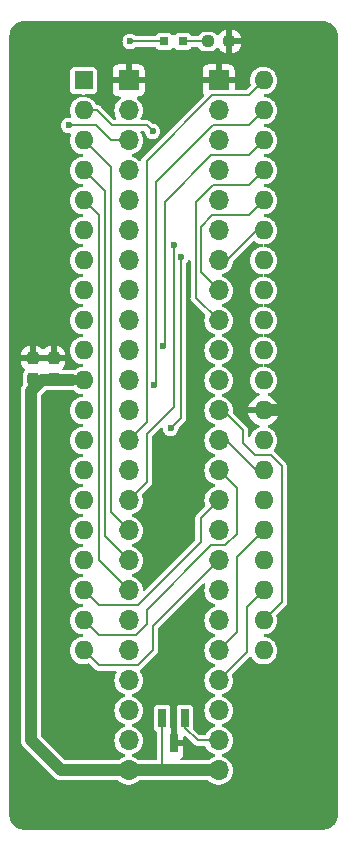
<source format=gbr>
G04 #@! TF.GenerationSoftware,KiCad,Pcbnew,7.0.11+dfsg-1build4*
G04 #@! TF.CreationDate,2024-11-02T00:34:03+09:00*
G04 #@! TF.ProjectId,bionic-z80,62696f6e-6963-42d7-9a38-302e6b696361,3*
G04 #@! TF.SameCoordinates,Original*
G04 #@! TF.FileFunction,Copper,L1,Top*
G04 #@! TF.FilePolarity,Positive*
%FSLAX46Y46*%
G04 Gerber Fmt 4.6, Leading zero omitted, Abs format (unit mm)*
G04 Created by KiCad (PCBNEW 7.0.11+dfsg-1build4) date 2024-11-02 00:34:03*
%MOMM*%
%LPD*%
G01*
G04 APERTURE LIST*
G04 Aperture macros list*
%AMRoundRect*
0 Rectangle with rounded corners*
0 $1 Rounding radius*
0 $2 $3 $4 $5 $6 $7 $8 $9 X,Y pos of 4 corners*
0 Add a 4 corners polygon primitive as box body*
4,1,4,$2,$3,$4,$5,$6,$7,$8,$9,$2,$3,0*
0 Add four circle primitives for the rounded corners*
1,1,$1+$1,$2,$3*
1,1,$1+$1,$4,$5*
1,1,$1+$1,$6,$7*
1,1,$1+$1,$8,$9*
0 Add four rect primitives between the rounded corners*
20,1,$1+$1,$2,$3,$4,$5,0*
20,1,$1+$1,$4,$5,$6,$7,0*
20,1,$1+$1,$6,$7,$8,$9,0*
20,1,$1+$1,$8,$9,$2,$3,0*%
G04 Aperture macros list end*
G04 #@! TA.AperFunction,SMDPad,CuDef*
%ADD10RoundRect,0.237500X-0.250000X-0.237500X0.250000X-0.237500X0.250000X0.237500X-0.250000X0.237500X0*%
G04 #@! TD*
G04 #@! TA.AperFunction,SMDPad,CuDef*
%ADD11RoundRect,0.237500X0.237500X-0.300000X0.237500X0.300000X-0.237500X0.300000X-0.237500X-0.300000X0*%
G04 #@! TD*
G04 #@! TA.AperFunction,ComponentPad*
%ADD12R,1.600000X1.600000*%
G04 #@! TD*
G04 #@! TA.AperFunction,ComponentPad*
%ADD13O,1.600000X1.600000*%
G04 #@! TD*
G04 #@! TA.AperFunction,SMDPad,CuDef*
%ADD14R,0.762000X0.711200*%
G04 #@! TD*
G04 #@! TA.AperFunction,SMDPad,CuDef*
%ADD15R,0.660400X1.625600*%
G04 #@! TD*
G04 #@! TA.AperFunction,ComponentPad*
%ADD16R,1.700000X1.700000*%
G04 #@! TD*
G04 #@! TA.AperFunction,ComponentPad*
%ADD17O,1.700000X1.700000*%
G04 #@! TD*
G04 #@! TA.AperFunction,ViaPad*
%ADD18C,0.600000*%
G04 #@! TD*
G04 #@! TA.AperFunction,Conductor*
%ADD19C,0.200000*%
G04 #@! TD*
G04 #@! TA.AperFunction,Conductor*
%ADD20C,1.000000*%
G04 #@! TD*
G04 APERTURE END LIST*
D10*
X117867500Y-71778000D03*
X119692500Y-71778000D03*
D11*
X104810000Y-100326500D03*
X104810000Y-98601500D03*
D12*
X107350000Y-75080000D03*
D13*
X107350000Y-77620000D03*
X107350000Y-80160000D03*
X107350000Y-82700000D03*
X107350000Y-85240000D03*
X107350000Y-87780000D03*
X107350000Y-90320000D03*
X107350000Y-92860000D03*
X107350000Y-95400000D03*
X107350000Y-97940000D03*
X107350000Y-100480000D03*
X107350000Y-103020000D03*
X107350000Y-105560000D03*
X107350000Y-108100000D03*
X107350000Y-110640000D03*
X107350000Y-113180000D03*
X107350000Y-115720000D03*
X107350000Y-118260000D03*
X107350000Y-120800000D03*
X107350000Y-123340000D03*
X122590000Y-123340000D03*
X122590000Y-120800000D03*
X122590000Y-118260000D03*
X122590000Y-115720000D03*
X122590000Y-113180000D03*
X122590000Y-110640000D03*
X122590000Y-108100000D03*
X122590000Y-105560000D03*
X122590000Y-103020000D03*
X122590000Y-100480000D03*
X122590000Y-97940000D03*
X122590000Y-95400000D03*
X122590000Y-92860000D03*
X122590000Y-90320000D03*
X122590000Y-87780000D03*
X122590000Y-85240000D03*
X122590000Y-82700000D03*
X122590000Y-80160000D03*
X122590000Y-77620000D03*
X122590000Y-75080000D03*
D14*
X115744700Y-71778000D03*
X114195300Y-71778000D03*
D15*
X115920001Y-129082000D03*
X114019999Y-129082000D03*
X114970000Y-131214000D03*
D11*
X103032000Y-100326500D03*
X103032000Y-98601500D03*
D16*
X111160000Y-75080000D03*
D17*
X111160000Y-77620000D03*
X111160000Y-80160000D03*
X111160000Y-82700000D03*
X111160000Y-85240000D03*
X111160000Y-87780000D03*
X111160000Y-90320000D03*
X111160000Y-92860000D03*
X111160000Y-95400000D03*
X111160000Y-97940000D03*
X111160000Y-100480000D03*
X111160000Y-103020000D03*
X111160000Y-105560000D03*
X111160000Y-108100000D03*
X111160000Y-110640000D03*
X111160000Y-113180000D03*
X111160000Y-115720000D03*
X111160000Y-118260000D03*
X111160000Y-120800000D03*
X111160000Y-123340000D03*
X111160000Y-125880000D03*
X111160000Y-128420000D03*
X111160000Y-130960000D03*
X111160000Y-133500000D03*
X118780000Y-133500000D03*
X118780000Y-130960000D03*
X118780000Y-128420000D03*
X118780000Y-125880000D03*
X118780000Y-123340000D03*
X118780000Y-120800000D03*
X118780000Y-118260000D03*
X118780000Y-115720000D03*
X118780000Y-113180000D03*
X118780000Y-110640000D03*
X118780000Y-108100000D03*
X118780000Y-105560000D03*
X118780000Y-103020000D03*
X118780000Y-100480000D03*
X118780000Y-97940000D03*
X118780000Y-95400000D03*
X118780000Y-92860000D03*
X118780000Y-90320000D03*
X118780000Y-87780000D03*
X118780000Y-85240000D03*
X118780000Y-82700000D03*
X118780000Y-80160000D03*
X118780000Y-77620000D03*
D16*
X118780000Y-75080000D03*
D18*
X111287000Y-71778000D03*
X102905000Y-101877000D03*
X126400000Y-103020000D03*
X103540000Y-73810000D03*
X114970000Y-120800000D03*
X114970000Y-113180000D03*
X123860000Y-132357000D03*
X116240000Y-131849000D03*
X107350000Y-128420000D03*
X114970000Y-89050000D03*
X113192000Y-79398000D03*
X106080000Y-78890000D03*
X115570000Y-90066000D03*
X114716000Y-104544000D03*
X113319000Y-100861000D03*
X114081000Y-97559000D03*
D19*
X118780000Y-125880000D02*
X121193000Y-123467000D01*
X121193000Y-123467000D02*
X121193000Y-119657000D01*
X121193000Y-119657000D02*
X122590000Y-118260000D01*
X115920001Y-129082000D02*
X115920001Y-129878001D01*
X115920001Y-129878001D02*
X117002000Y-130960000D01*
X117002000Y-130960000D02*
X118780000Y-130960000D01*
D20*
X114970000Y-133500000D02*
X113954000Y-133500000D01*
X113954000Y-133500000D02*
X111160000Y-133500000D01*
D19*
X114019999Y-129082000D02*
X114019999Y-133434001D01*
X114019999Y-133434001D02*
X113954000Y-133500000D01*
X114195300Y-71778000D02*
X111287000Y-71778000D01*
D20*
X103794000Y-100480000D02*
X104963500Y-100480000D01*
X104963500Y-100480000D02*
X106368000Y-100480000D01*
X102905000Y-130960000D02*
X102905000Y-101369000D01*
X103032000Y-101242000D02*
X103794000Y-100480000D01*
X105445000Y-133500000D02*
X102905000Y-130960000D01*
X118780000Y-133500000D02*
X114970000Y-133500000D01*
X111160000Y-133500000D02*
X105445000Y-133500000D01*
X122590000Y-103020000D02*
X125130000Y-103020000D01*
D19*
X117256000Y-87474827D02*
X117256000Y-91336000D01*
X121320000Y-86510000D02*
X118220827Y-86510000D01*
X118220827Y-86510000D02*
X117256000Y-87474827D01*
X122590000Y-85240000D02*
X121320000Y-86510000D01*
X117256000Y-91336000D02*
X118780000Y-92860000D01*
X116856000Y-85386000D02*
X116856000Y-93476000D01*
X116856000Y-93476000D02*
X118780000Y-95400000D01*
X121320000Y-83970000D02*
X118272000Y-83970000D01*
X118272000Y-83970000D02*
X116856000Y-85386000D01*
X122590000Y-82700000D02*
X121320000Y-83970000D01*
X107350000Y-123340000D02*
X108620000Y-124610000D01*
X111922000Y-124610000D02*
X113192000Y-123340000D01*
X113192000Y-123340000D02*
X113192000Y-121308000D01*
X108620000Y-124610000D02*
X111922000Y-124610000D01*
X113192000Y-121308000D02*
X118780000Y-115720000D01*
X122018500Y-87780000D02*
X119478500Y-90320000D01*
X119478500Y-90320000D02*
X118780000Y-90320000D01*
X122590000Y-87780000D02*
X122018500Y-87780000D01*
X112684000Y-105052000D02*
X112684000Y-109116000D01*
X114970000Y-89050000D02*
X114970000Y-102766000D01*
X112684000Y-109116000D02*
X111160000Y-110640000D01*
X107350000Y-77620000D02*
X108493000Y-77620000D01*
X108493000Y-77620000D02*
X109763000Y-78890000D01*
X109763000Y-78890000D02*
X112684000Y-78890000D01*
X114970000Y-102766000D02*
X112684000Y-105052000D01*
X112684000Y-78890000D02*
X113192000Y-79398000D01*
X109636000Y-82446000D02*
X109636000Y-111656000D01*
X109636000Y-111656000D02*
X111160000Y-113180000D01*
X107350000Y-80160000D02*
X109636000Y-82446000D01*
X109128000Y-84478000D02*
X109128000Y-113688000D01*
X107350000Y-82700000D02*
X109128000Y-84478000D01*
X109128000Y-113688000D02*
X111160000Y-115720000D01*
X121828000Y-106830000D02*
X123182000Y-106830000D01*
X118780000Y-103020000D02*
X119161000Y-103020000D01*
X120812000Y-105814000D02*
X121828000Y-106830000D01*
X119161000Y-103020000D02*
X120812000Y-104671000D01*
X124114000Y-119276000D02*
X122590000Y-120800000D01*
X120812000Y-104671000D02*
X120812000Y-105814000D01*
X123182000Y-106830000D02*
X124114000Y-107762000D01*
X124114000Y-107762000D02*
X124114000Y-119276000D01*
X119415000Y-105560000D02*
X121955000Y-108100000D01*
X118780000Y-105560000D02*
X119415000Y-105560000D01*
X121955000Y-108100000D02*
X122590000Y-108100000D01*
X106080000Y-78890000D02*
X108366000Y-78890000D01*
X109636000Y-80160000D02*
X111160000Y-80160000D01*
X108366000Y-78890000D02*
X109636000Y-80160000D01*
X117256000Y-114196000D02*
X117256000Y-112164000D01*
X111922000Y-119530000D02*
X117256000Y-114196000D01*
X107350000Y-118260000D02*
X108620000Y-119530000D01*
X117256000Y-112164000D02*
X118780000Y-110640000D01*
X108620000Y-119530000D02*
X111922000Y-119530000D01*
X114716000Y-104544000D02*
X115570000Y-103690000D01*
X115570000Y-103690000D02*
X115570000Y-90066000D01*
X112684000Y-104036000D02*
X111160000Y-105560000D01*
X121320000Y-76350000D02*
X118220827Y-76350000D01*
X112684000Y-81886827D02*
X112684000Y-104036000D01*
X122590000Y-75080000D02*
X121320000Y-76350000D01*
X118220827Y-76350000D02*
X112684000Y-81886827D01*
X113446000Y-83716000D02*
X118272000Y-78890000D01*
X113319000Y-100861000D02*
X113446000Y-100734000D01*
X121320000Y-78890000D02*
X122590000Y-77620000D01*
X113446000Y-100734000D02*
X113446000Y-83716000D01*
X118272000Y-78890000D02*
X121320000Y-78890000D01*
X118145000Y-81430000D02*
X121320000Y-81430000D01*
X114208000Y-85367000D02*
X118145000Y-81430000D01*
X121320000Y-81430000D02*
X122590000Y-80160000D01*
X114208000Y-97432000D02*
X114208000Y-85367000D01*
X114081000Y-97559000D02*
X114208000Y-97432000D01*
X118780000Y-108100000D02*
X120304000Y-109624000D01*
X118145000Y-114450000D02*
X112684000Y-119911000D01*
X112684000Y-121142346D02*
X111756346Y-122070000D01*
X119339173Y-114450000D02*
X118145000Y-114450000D01*
X108620000Y-122070000D02*
X107350000Y-120800000D01*
X120304000Y-113485173D02*
X119339173Y-114450000D01*
X111756346Y-122070000D02*
X108620000Y-122070000D01*
X120304000Y-109624000D02*
X120304000Y-113485173D01*
X112684000Y-119911000D02*
X112684000Y-121142346D01*
X120304000Y-121816000D02*
X118780000Y-123340000D01*
X122590000Y-113180000D02*
X120304000Y-115466000D01*
X120304000Y-115466000D02*
X120304000Y-121816000D01*
X111160000Y-118260000D02*
X108620000Y-115720000D01*
X108620000Y-86510000D02*
X107350000Y-85240000D01*
X108620000Y-115720000D02*
X108620000Y-86510000D01*
X115744700Y-71778000D02*
X117867500Y-71778000D01*
G04 #@! TA.AperFunction,Conductor*
G36*
X106571205Y-101333214D02*
G01*
X106599373Y-101352528D01*
X106653698Y-101402052D01*
X106834981Y-101514298D01*
X107033802Y-101591321D01*
X107230613Y-101628111D01*
X107292893Y-101659779D01*
X107328166Y-101720092D01*
X107325232Y-101789900D01*
X107285023Y-101847040D01*
X107230613Y-101871888D01*
X107033802Y-101908679D01*
X107033799Y-101908679D01*
X107033799Y-101908680D01*
X106834982Y-101985701D01*
X106834980Y-101985702D01*
X106653699Y-102097947D01*
X106496127Y-102241593D01*
X106367632Y-102411746D01*
X106272596Y-102602605D01*
X106272596Y-102602607D01*
X106214244Y-102807689D01*
X106194571Y-103019999D01*
X106194571Y-103020000D01*
X106214244Y-103232310D01*
X106272596Y-103437392D01*
X106272596Y-103437394D01*
X106367632Y-103628253D01*
X106486910Y-103786201D01*
X106496128Y-103798407D01*
X106653698Y-103942052D01*
X106834981Y-104054298D01*
X107033802Y-104131321D01*
X107230613Y-104168111D01*
X107292893Y-104199779D01*
X107328166Y-104260092D01*
X107325232Y-104329900D01*
X107285023Y-104387040D01*
X107230613Y-104411888D01*
X107033802Y-104448679D01*
X107033799Y-104448679D01*
X107033799Y-104448680D01*
X106834982Y-104525701D01*
X106834980Y-104525702D01*
X106653699Y-104637947D01*
X106496127Y-104781593D01*
X106367632Y-104951746D01*
X106272596Y-105142605D01*
X106272596Y-105142607D01*
X106214244Y-105347689D01*
X106194571Y-105559999D01*
X106194571Y-105560000D01*
X106214244Y-105772310D01*
X106272596Y-105977392D01*
X106272596Y-105977394D01*
X106367632Y-106168253D01*
X106479951Y-106316986D01*
X106496128Y-106338407D01*
X106653698Y-106482052D01*
X106834981Y-106594298D01*
X107033802Y-106671321D01*
X107230613Y-106708111D01*
X107292893Y-106739779D01*
X107328166Y-106800092D01*
X107325232Y-106869900D01*
X107285023Y-106927040D01*
X107230613Y-106951888D01*
X107033802Y-106988679D01*
X107033799Y-106988679D01*
X107033799Y-106988680D01*
X106834982Y-107065701D01*
X106834980Y-107065702D01*
X106653699Y-107177947D01*
X106496127Y-107321593D01*
X106367632Y-107491746D01*
X106272596Y-107682605D01*
X106272596Y-107682607D01*
X106216870Y-107878462D01*
X106214244Y-107887690D01*
X106194571Y-108100000D01*
X106214244Y-108312310D01*
X106216868Y-108321534D01*
X106272596Y-108517392D01*
X106272596Y-108517394D01*
X106367632Y-108708253D01*
X106492930Y-108874172D01*
X106496128Y-108878407D01*
X106653698Y-109022052D01*
X106834981Y-109134298D01*
X107033802Y-109211321D01*
X107230613Y-109248111D01*
X107292893Y-109279779D01*
X107328166Y-109340092D01*
X107325232Y-109409900D01*
X107285023Y-109467040D01*
X107230613Y-109491888D01*
X107033802Y-109528679D01*
X107033799Y-109528679D01*
X107033799Y-109528680D01*
X106834982Y-109605701D01*
X106834980Y-109605702D01*
X106653699Y-109717947D01*
X106496127Y-109861593D01*
X106367632Y-110031746D01*
X106272596Y-110222605D01*
X106272596Y-110222607D01*
X106214244Y-110427689D01*
X106194571Y-110639999D01*
X106194571Y-110640000D01*
X106214244Y-110852310D01*
X106272596Y-111057392D01*
X106272596Y-111057394D01*
X106367632Y-111248253D01*
X106492930Y-111414172D01*
X106496128Y-111418407D01*
X106653698Y-111562052D01*
X106834981Y-111674298D01*
X107033802Y-111751321D01*
X107230613Y-111788111D01*
X107292893Y-111819779D01*
X107328166Y-111880092D01*
X107325232Y-111949900D01*
X107285023Y-112007040D01*
X107230613Y-112031888D01*
X107033802Y-112068679D01*
X107033799Y-112068679D01*
X107033799Y-112068680D01*
X106834982Y-112145701D01*
X106834980Y-112145702D01*
X106653699Y-112257947D01*
X106496127Y-112401593D01*
X106367632Y-112571746D01*
X106272596Y-112762605D01*
X106272596Y-112762607D01*
X106214244Y-112967689D01*
X106194571Y-113179999D01*
X106194571Y-113180000D01*
X106214244Y-113392310D01*
X106272596Y-113597392D01*
X106272596Y-113597394D01*
X106367632Y-113788253D01*
X106492930Y-113954172D01*
X106496128Y-113958407D01*
X106653698Y-114102052D01*
X106834981Y-114214298D01*
X107033802Y-114291321D01*
X107230613Y-114328111D01*
X107292893Y-114359779D01*
X107328166Y-114420092D01*
X107325232Y-114489900D01*
X107285023Y-114547040D01*
X107230613Y-114571888D01*
X107033802Y-114608679D01*
X107033799Y-114608679D01*
X107033799Y-114608680D01*
X106834982Y-114685701D01*
X106834980Y-114685702D01*
X106653699Y-114797947D01*
X106496127Y-114941593D01*
X106367632Y-115111746D01*
X106272596Y-115302605D01*
X106272596Y-115302607D01*
X106214244Y-115507689D01*
X106194571Y-115719999D01*
X106194571Y-115720000D01*
X106214244Y-115932310D01*
X106272596Y-116137392D01*
X106272596Y-116137394D01*
X106367632Y-116328253D01*
X106492930Y-116494172D01*
X106496128Y-116498407D01*
X106653698Y-116642052D01*
X106834981Y-116754298D01*
X107033802Y-116831321D01*
X107230613Y-116868111D01*
X107292893Y-116899779D01*
X107328166Y-116960092D01*
X107325232Y-117029900D01*
X107285023Y-117087040D01*
X107230613Y-117111888D01*
X107033802Y-117148679D01*
X107033799Y-117148679D01*
X107033799Y-117148680D01*
X106834982Y-117225701D01*
X106834980Y-117225702D01*
X106653699Y-117337947D01*
X106496127Y-117481593D01*
X106367632Y-117651746D01*
X106272596Y-117842605D01*
X106272596Y-117842607D01*
X106216870Y-118038462D01*
X106214244Y-118047690D01*
X106194571Y-118260000D01*
X106214244Y-118472310D01*
X106257727Y-118625136D01*
X106272596Y-118677392D01*
X106272596Y-118677394D01*
X106367632Y-118868253D01*
X106485462Y-119024283D01*
X106496128Y-119038407D01*
X106653698Y-119182052D01*
X106834981Y-119294298D01*
X107033802Y-119371321D01*
X107230613Y-119408111D01*
X107292893Y-119439779D01*
X107328166Y-119500092D01*
X107325232Y-119569900D01*
X107285023Y-119627040D01*
X107230613Y-119651888D01*
X107033802Y-119688679D01*
X107033799Y-119688679D01*
X107033799Y-119688680D01*
X106834982Y-119765701D01*
X106834980Y-119765702D01*
X106653699Y-119877947D01*
X106496127Y-120021593D01*
X106367632Y-120191746D01*
X106272596Y-120382605D01*
X106272596Y-120382607D01*
X106216870Y-120578462D01*
X106214244Y-120587690D01*
X106194571Y-120800000D01*
X106214244Y-121012310D01*
X106257727Y-121165136D01*
X106272596Y-121217392D01*
X106272596Y-121217394D01*
X106367632Y-121408253D01*
X106485462Y-121564283D01*
X106496128Y-121578407D01*
X106653698Y-121722052D01*
X106834981Y-121834298D01*
X107033802Y-121911321D01*
X107230613Y-121948111D01*
X107292893Y-121979779D01*
X107328166Y-122040092D01*
X107325232Y-122109900D01*
X107285023Y-122167040D01*
X107230613Y-122191888D01*
X107033802Y-122228679D01*
X107033799Y-122228679D01*
X107033799Y-122228680D01*
X106834982Y-122305701D01*
X106834980Y-122305702D01*
X106653699Y-122417947D01*
X106496127Y-122561593D01*
X106367632Y-122731746D01*
X106272596Y-122922605D01*
X106272596Y-122922607D01*
X106214244Y-123127689D01*
X106200162Y-123279667D01*
X106194571Y-123340000D01*
X106214244Y-123552310D01*
X106257727Y-123705136D01*
X106272596Y-123757392D01*
X106272596Y-123757394D01*
X106367632Y-123948253D01*
X106485462Y-124104283D01*
X106496128Y-124118407D01*
X106653698Y-124262052D01*
X106834981Y-124374298D01*
X107033802Y-124451321D01*
X107243390Y-124490500D01*
X107243392Y-124490500D01*
X107456608Y-124490500D01*
X107456610Y-124490500D01*
X107666198Y-124451321D01*
X107704752Y-124436384D01*
X107774374Y-124430522D01*
X107836115Y-124463231D01*
X107837227Y-124464330D01*
X108278630Y-124905733D01*
X108287895Y-124916100D01*
X108310121Y-124943970D01*
X108310123Y-124943972D01*
X108357363Y-124976180D01*
X108361141Y-124978860D01*
X108377144Y-124990671D01*
X108407118Y-125012793D01*
X108414665Y-125016781D01*
X108422322Y-125020468D01*
X108422327Y-125020472D01*
X108476983Y-125037330D01*
X108481342Y-125038765D01*
X108535300Y-125057646D01*
X108535305Y-125057646D01*
X108543698Y-125059234D01*
X108552095Y-125060500D01*
X108552098Y-125060500D01*
X108609261Y-125060500D01*
X108613898Y-125060587D01*
X108671009Y-125062724D01*
X108671009Y-125062723D01*
X108671010Y-125062724D01*
X108671010Y-125062723D01*
X108680243Y-125061684D01*
X108680336Y-125062513D01*
X108695636Y-125060500D01*
X110026749Y-125060500D01*
X110093788Y-125080185D01*
X110139543Y-125132989D01*
X110149487Y-125202147D01*
X110135945Y-125239406D01*
X110137497Y-125240179D01*
X110035775Y-125444461D01*
X110035769Y-125444476D01*
X109974885Y-125658462D01*
X109974884Y-125658464D01*
X109954357Y-125879999D01*
X109954357Y-125880000D01*
X109974884Y-126101535D01*
X109974885Y-126101537D01*
X110035769Y-126315523D01*
X110035775Y-126315538D01*
X110134938Y-126514683D01*
X110134943Y-126514691D01*
X110269020Y-126692238D01*
X110433437Y-126842123D01*
X110433439Y-126842125D01*
X110622595Y-126959245D01*
X110622596Y-126959245D01*
X110622599Y-126959247D01*
X110816524Y-127034374D01*
X110871924Y-127076946D01*
X110895515Y-127142713D01*
X110879804Y-127210793D01*
X110829780Y-127259572D01*
X110816533Y-127265622D01*
X110668488Y-127322975D01*
X110622601Y-127340752D01*
X110622595Y-127340754D01*
X110433439Y-127457874D01*
X110433437Y-127457876D01*
X110269020Y-127607761D01*
X110134943Y-127785308D01*
X110134938Y-127785316D01*
X110035775Y-127984461D01*
X110035769Y-127984476D01*
X109974885Y-128198462D01*
X109974884Y-128198464D01*
X109954357Y-128419999D01*
X109954357Y-128420000D01*
X109974884Y-128641535D01*
X109974885Y-128641537D01*
X110035769Y-128855523D01*
X110035775Y-128855538D01*
X110134938Y-129054683D01*
X110134943Y-129054691D01*
X110269020Y-129232238D01*
X110433437Y-129382123D01*
X110433439Y-129382125D01*
X110622595Y-129499245D01*
X110622596Y-129499245D01*
X110622599Y-129499247D01*
X110816524Y-129574374D01*
X110871924Y-129616946D01*
X110895515Y-129682713D01*
X110879804Y-129750793D01*
X110829780Y-129799572D01*
X110816533Y-129805622D01*
X110668488Y-129862975D01*
X110622601Y-129880752D01*
X110622595Y-129880754D01*
X110433439Y-129997874D01*
X110433437Y-129997876D01*
X110269020Y-130147761D01*
X110134943Y-130325308D01*
X110134938Y-130325316D01*
X110035775Y-130524461D01*
X110035769Y-130524476D01*
X109974885Y-130738462D01*
X109974884Y-130738464D01*
X109954357Y-130959999D01*
X109954357Y-130960000D01*
X109974884Y-131181535D01*
X109974885Y-131181537D01*
X110035769Y-131395523D01*
X110035775Y-131395538D01*
X110134938Y-131594683D01*
X110134943Y-131594691D01*
X110269020Y-131772238D01*
X110433437Y-131922123D01*
X110433439Y-131922125D01*
X110622595Y-132039245D01*
X110622596Y-132039245D01*
X110622599Y-132039247D01*
X110816524Y-132114374D01*
X110871924Y-132156946D01*
X110895515Y-132222713D01*
X110879804Y-132290793D01*
X110829780Y-132339572D01*
X110816533Y-132345622D01*
X110668488Y-132402975D01*
X110622601Y-132420752D01*
X110622595Y-132420754D01*
X110433439Y-132537874D01*
X110433437Y-132537876D01*
X110346492Y-132617137D01*
X110283688Y-132647754D01*
X110262954Y-132649500D01*
X105848650Y-132649500D01*
X105781611Y-132629815D01*
X105760969Y-132613181D01*
X103791819Y-130644030D01*
X103758334Y-130582707D01*
X103755500Y-130556349D01*
X103755500Y-101772650D01*
X103775185Y-101705611D01*
X103791819Y-101684969D01*
X104109969Y-101366819D01*
X104171292Y-101333334D01*
X104197650Y-101330500D01*
X106414107Y-101330500D01*
X106414113Y-101330500D01*
X106502434Y-101320894D01*
X106571205Y-101333214D01*
G37*
G04 #@! TD.AperFunction*
G04 #@! TA.AperFunction,Conductor*
G36*
X117589597Y-117650019D02*
G01*
X117645530Y-117691891D01*
X117669947Y-117757355D01*
X117657739Y-117819074D01*
X117657846Y-117819116D01*
X117657611Y-117819720D01*
X117657267Y-117821464D01*
X117655779Y-117824452D01*
X117655769Y-117824476D01*
X117594885Y-118038462D01*
X117594884Y-118038464D01*
X117574357Y-118259999D01*
X117574357Y-118260000D01*
X117594884Y-118481535D01*
X117594885Y-118481537D01*
X117655769Y-118695523D01*
X117655775Y-118695538D01*
X117754938Y-118894683D01*
X117754943Y-118894691D01*
X117889020Y-119072238D01*
X118053437Y-119222123D01*
X118053439Y-119222125D01*
X118242595Y-119339245D01*
X118242596Y-119339245D01*
X118242599Y-119339247D01*
X118436524Y-119414374D01*
X118491924Y-119456946D01*
X118515515Y-119522713D01*
X118499804Y-119590793D01*
X118449780Y-119639572D01*
X118436533Y-119645622D01*
X118325389Y-119688680D01*
X118242601Y-119720752D01*
X118242595Y-119720754D01*
X118053439Y-119837874D01*
X118053437Y-119837876D01*
X117889020Y-119987761D01*
X117754943Y-120165308D01*
X117754938Y-120165316D01*
X117655775Y-120364461D01*
X117655769Y-120364476D01*
X117594885Y-120578462D01*
X117594884Y-120578464D01*
X117574357Y-120799999D01*
X117574357Y-120800000D01*
X117594884Y-121021535D01*
X117594885Y-121021537D01*
X117655769Y-121235523D01*
X117655775Y-121235538D01*
X117754938Y-121434683D01*
X117754943Y-121434691D01*
X117889020Y-121612238D01*
X118053437Y-121762123D01*
X118053439Y-121762125D01*
X118242595Y-121879245D01*
X118242596Y-121879245D01*
X118242599Y-121879247D01*
X118436524Y-121954374D01*
X118491924Y-121996946D01*
X118515515Y-122062713D01*
X118499804Y-122130793D01*
X118449780Y-122179572D01*
X118436533Y-122185622D01*
X118325389Y-122228680D01*
X118242601Y-122260752D01*
X118242595Y-122260754D01*
X118053439Y-122377874D01*
X118053437Y-122377876D01*
X117889020Y-122527761D01*
X117754943Y-122705308D01*
X117754938Y-122705316D01*
X117655775Y-122904461D01*
X117655769Y-122904476D01*
X117594885Y-123118462D01*
X117594884Y-123118464D01*
X117574357Y-123339999D01*
X117574357Y-123340000D01*
X117594884Y-123561535D01*
X117594885Y-123561537D01*
X117655769Y-123775523D01*
X117655775Y-123775538D01*
X117754938Y-123974683D01*
X117754943Y-123974691D01*
X117889020Y-124152238D01*
X118053437Y-124302123D01*
X118053439Y-124302125D01*
X118242595Y-124419245D01*
X118242596Y-124419245D01*
X118242599Y-124419247D01*
X118436524Y-124494374D01*
X118491924Y-124536946D01*
X118515515Y-124602713D01*
X118499804Y-124670793D01*
X118449780Y-124719572D01*
X118436533Y-124725622D01*
X118311259Y-124774154D01*
X118242601Y-124800752D01*
X118242595Y-124800754D01*
X118053439Y-124917874D01*
X118053437Y-124917876D01*
X117889020Y-125067761D01*
X117754943Y-125245308D01*
X117754938Y-125245316D01*
X117655775Y-125444461D01*
X117655769Y-125444476D01*
X117594885Y-125658462D01*
X117594884Y-125658464D01*
X117574357Y-125879999D01*
X117574357Y-125880000D01*
X117594884Y-126101535D01*
X117594885Y-126101537D01*
X117655769Y-126315523D01*
X117655775Y-126315538D01*
X117754938Y-126514683D01*
X117754943Y-126514691D01*
X117889020Y-126692238D01*
X118053437Y-126842123D01*
X118053439Y-126842125D01*
X118242595Y-126959245D01*
X118242596Y-126959245D01*
X118242599Y-126959247D01*
X118436524Y-127034374D01*
X118491924Y-127076946D01*
X118515515Y-127142713D01*
X118499804Y-127210793D01*
X118449780Y-127259572D01*
X118436533Y-127265622D01*
X118288488Y-127322975D01*
X118242601Y-127340752D01*
X118242595Y-127340754D01*
X118053439Y-127457874D01*
X118053437Y-127457876D01*
X117889020Y-127607761D01*
X117754943Y-127785308D01*
X117754938Y-127785316D01*
X117655775Y-127984461D01*
X117655769Y-127984476D01*
X117594885Y-128198462D01*
X117594884Y-128198464D01*
X117574357Y-128419999D01*
X117574357Y-128420000D01*
X117594884Y-128641535D01*
X117594885Y-128641537D01*
X117655769Y-128855523D01*
X117655775Y-128855538D01*
X117754938Y-129054683D01*
X117754943Y-129054691D01*
X117889020Y-129232238D01*
X118053437Y-129382123D01*
X118053439Y-129382125D01*
X118242595Y-129499245D01*
X118242596Y-129499245D01*
X118242599Y-129499247D01*
X118436524Y-129574374D01*
X118491924Y-129616946D01*
X118515515Y-129682713D01*
X118499804Y-129750793D01*
X118449780Y-129799572D01*
X118436533Y-129805622D01*
X118288488Y-129862975D01*
X118242601Y-129880752D01*
X118242595Y-129880754D01*
X118053439Y-129997874D01*
X118053437Y-129997876D01*
X117889020Y-130147761D01*
X117754943Y-130325308D01*
X117754936Y-130325320D01*
X117697449Y-130440771D01*
X117649946Y-130492009D01*
X117586449Y-130509500D01*
X117239965Y-130509500D01*
X117172926Y-130489815D01*
X117152284Y-130473181D01*
X116637020Y-129957917D01*
X116603535Y-129896594D01*
X116600701Y-129870236D01*
X116600701Y-128235939D01*
X116590774Y-128167808D01*
X116590774Y-128167807D01*
X116539399Y-128062717D01*
X116539397Y-128062715D01*
X116539397Y-128062714D01*
X116456686Y-127980003D01*
X116351592Y-127928626D01*
X116283462Y-127918700D01*
X116283461Y-127918700D01*
X115556541Y-127918700D01*
X115556540Y-127918700D01*
X115488409Y-127928626D01*
X115383315Y-127980003D01*
X115300604Y-128062714D01*
X115249227Y-128167808D01*
X115239301Y-128235939D01*
X115239301Y-129830537D01*
X115220000Y-129896268D01*
X115220000Y-130964000D01*
X115800200Y-130964000D01*
X115800200Y-130694665D01*
X115819885Y-130627626D01*
X115872689Y-130581871D01*
X115941847Y-130571927D01*
X116005403Y-130600952D01*
X116011871Y-130606975D01*
X116325289Y-130920392D01*
X116660630Y-131255733D01*
X116669895Y-131266100D01*
X116692121Y-131293970D01*
X116692123Y-131293972D01*
X116739363Y-131326180D01*
X116743145Y-131328863D01*
X116789118Y-131362793D01*
X116796654Y-131366776D01*
X116804319Y-131370467D01*
X116804327Y-131370472D01*
X116829188Y-131378140D01*
X116858980Y-131387330D01*
X116863371Y-131388774D01*
X116917301Y-131407646D01*
X116917305Y-131407646D01*
X116925698Y-131409234D01*
X116934095Y-131410500D01*
X116934098Y-131410500D01*
X116991245Y-131410500D01*
X116995883Y-131410587D01*
X117053009Y-131412725D01*
X117053009Y-131412724D01*
X117053010Y-131412725D01*
X117053010Y-131412724D01*
X117062242Y-131411685D01*
X117062335Y-131412513D01*
X117077639Y-131410500D01*
X117586449Y-131410500D01*
X117653488Y-131430185D01*
X117697449Y-131479229D01*
X117754936Y-131594679D01*
X117754943Y-131594691D01*
X117889020Y-131772238D01*
X118053437Y-131922123D01*
X118053439Y-131922125D01*
X118242595Y-132039245D01*
X118242596Y-132039245D01*
X118242599Y-132039247D01*
X118436524Y-132114374D01*
X118491924Y-132156946D01*
X118515515Y-132222713D01*
X118499804Y-132290793D01*
X118449780Y-132339572D01*
X118436533Y-132345622D01*
X118288488Y-132402975D01*
X118242601Y-132420752D01*
X118242595Y-132420754D01*
X118053439Y-132537874D01*
X118053437Y-132537876D01*
X117966492Y-132617137D01*
X117903688Y-132647754D01*
X117882954Y-132649500D01*
X115675269Y-132649500D01*
X115608230Y-132629815D01*
X115562475Y-132577011D01*
X115552531Y-132507853D01*
X115581556Y-132444297D01*
X115600958Y-132426234D01*
X115657387Y-132383990D01*
X115657390Y-132383987D01*
X115743550Y-132268893D01*
X115743554Y-132268886D01*
X115793796Y-132134179D01*
X115793798Y-132134172D01*
X115800199Y-132074644D01*
X115800200Y-132074627D01*
X115800200Y-131464000D01*
X114844000Y-131464000D01*
X114776961Y-131444315D01*
X114731206Y-131391511D01*
X114720000Y-131340000D01*
X114720000Y-129887051D01*
X114703533Y-129856895D01*
X114700699Y-129830537D01*
X114700699Y-128235939D01*
X114690772Y-128167808D01*
X114690772Y-128167807D01*
X114639397Y-128062717D01*
X114639395Y-128062715D01*
X114639395Y-128062714D01*
X114556684Y-127980003D01*
X114451590Y-127928626D01*
X114383460Y-127918700D01*
X114383459Y-127918700D01*
X113656539Y-127918700D01*
X113656538Y-127918700D01*
X113588407Y-127928626D01*
X113483313Y-127980003D01*
X113400602Y-128062714D01*
X113349225Y-128167808D01*
X113339299Y-128235939D01*
X113339299Y-129928060D01*
X113349225Y-129996191D01*
X113349226Y-129996193D01*
X113400601Y-130101283D01*
X113483316Y-130183998D01*
X113499959Y-130192134D01*
X113551541Y-130239260D01*
X113569499Y-130303534D01*
X113569499Y-132525500D01*
X113549814Y-132592539D01*
X113497010Y-132638294D01*
X113445499Y-132649500D01*
X112057046Y-132649500D01*
X111990007Y-132629815D01*
X111973508Y-132617137D01*
X111886562Y-132537876D01*
X111886560Y-132537874D01*
X111697404Y-132420754D01*
X111697395Y-132420750D01*
X111602497Y-132383987D01*
X111503475Y-132345625D01*
X111448075Y-132303054D01*
X111424484Y-132237288D01*
X111440195Y-132169207D01*
X111490219Y-132120428D01*
X111503466Y-132114377D01*
X111697401Y-132039247D01*
X111886562Y-131922124D01*
X112050981Y-131772236D01*
X112185058Y-131594689D01*
X112284229Y-131395528D01*
X112345115Y-131181536D01*
X112365643Y-130960000D01*
X112345115Y-130738464D01*
X112284229Y-130524472D01*
X112276774Y-130509500D01*
X112185061Y-130325316D01*
X112185056Y-130325308D01*
X112050979Y-130147761D01*
X111886562Y-129997876D01*
X111886560Y-129997874D01*
X111697404Y-129880754D01*
X111697395Y-129880750D01*
X111603956Y-129844552D01*
X111503475Y-129805625D01*
X111448075Y-129763054D01*
X111424484Y-129697288D01*
X111440195Y-129629207D01*
X111490219Y-129580428D01*
X111503466Y-129574377D01*
X111697401Y-129499247D01*
X111886562Y-129382124D01*
X112050981Y-129232236D01*
X112185058Y-129054689D01*
X112284229Y-128855528D01*
X112345115Y-128641536D01*
X112365643Y-128420000D01*
X112345115Y-128198464D01*
X112284229Y-127984472D01*
X112282004Y-127980003D01*
X112185061Y-127785316D01*
X112185056Y-127785308D01*
X112050979Y-127607761D01*
X111886562Y-127457876D01*
X111886560Y-127457874D01*
X111697404Y-127340754D01*
X111697395Y-127340750D01*
X111603956Y-127304552D01*
X111503475Y-127265625D01*
X111448075Y-127223054D01*
X111424484Y-127157288D01*
X111440195Y-127089207D01*
X111490219Y-127040428D01*
X111503466Y-127034377D01*
X111697401Y-126959247D01*
X111886562Y-126842124D01*
X112050981Y-126692236D01*
X112185058Y-126514689D01*
X112284229Y-126315528D01*
X112345115Y-126101536D01*
X112365643Y-125880000D01*
X112345115Y-125658464D01*
X112284229Y-125444472D01*
X112264337Y-125404523D01*
X112185061Y-125245316D01*
X112185056Y-125245308D01*
X112152462Y-125202147D01*
X112131189Y-125173977D01*
X112106498Y-125108618D01*
X112121063Y-125040283D01*
X112170260Y-124990671D01*
X112176328Y-124987538D01*
X112178642Y-124986425D01*
X112178645Y-124986421D01*
X112178647Y-124986421D01*
X112185695Y-124981616D01*
X112192534Y-124976567D01*
X112192538Y-124976566D01*
X112232974Y-124936128D01*
X112236260Y-124932962D01*
X112278194Y-124894055D01*
X112278196Y-124894050D01*
X112283987Y-124886790D01*
X112284643Y-124887313D01*
X112294032Y-124875070D01*
X113487744Y-123681357D01*
X113498093Y-123672109D01*
X113525970Y-123649879D01*
X113558198Y-123602607D01*
X113560812Y-123598923D01*
X113594793Y-123552882D01*
X113594793Y-123552879D01*
X113594795Y-123552878D01*
X113598778Y-123545341D01*
X113602468Y-123537677D01*
X113602472Y-123537673D01*
X113619330Y-123483018D01*
X113620761Y-123478668D01*
X113639646Y-123424700D01*
X113639646Y-123424698D01*
X113641228Y-123416336D01*
X113642500Y-123407899D01*
X113642500Y-123350738D01*
X113642587Y-123346100D01*
X113644724Y-123288992D01*
X113643684Y-123279761D01*
X113644513Y-123279667D01*
X113642500Y-123264366D01*
X113642500Y-121545965D01*
X113662185Y-121478926D01*
X113678814Y-121458289D01*
X117458584Y-117678518D01*
X117519905Y-117645035D01*
X117589597Y-117650019D01*
G37*
G04 #@! TD.AperFunction*
G04 #@! TA.AperFunction,Conductor*
G36*
X116341524Y-90265546D02*
G01*
X116390657Y-90315222D01*
X116405500Y-90374050D01*
X116405500Y-93443738D01*
X116404720Y-93457623D01*
X116400729Y-93493036D01*
X116411355Y-93549196D01*
X116412132Y-93553765D01*
X116420652Y-93610291D01*
X116423162Y-93618427D01*
X116425976Y-93626470D01*
X116425976Y-93626471D01*
X116425977Y-93626472D01*
X116448845Y-93669741D01*
X116452688Y-93677011D01*
X116454776Y-93681149D01*
X116479574Y-93732641D01*
X116484362Y-93739665D01*
X116489431Y-93746532D01*
X116489434Y-93746538D01*
X116489438Y-93746542D01*
X116529846Y-93786950D01*
X116533063Y-93790289D01*
X116562601Y-93822124D01*
X116571947Y-93832196D01*
X116579210Y-93837988D01*
X116578689Y-93838641D01*
X116590930Y-93848034D01*
X117615672Y-94872776D01*
X117649157Y-94934099D01*
X117647258Y-94994391D01*
X117594884Y-95178468D01*
X117574357Y-95399999D01*
X117574357Y-95400000D01*
X117594884Y-95621535D01*
X117594885Y-95621537D01*
X117655769Y-95835523D01*
X117655775Y-95835538D01*
X117754938Y-96034683D01*
X117754943Y-96034691D01*
X117889020Y-96212238D01*
X118053437Y-96362123D01*
X118053439Y-96362125D01*
X118242595Y-96479245D01*
X118242596Y-96479245D01*
X118242599Y-96479247D01*
X118436524Y-96554374D01*
X118491924Y-96596946D01*
X118515515Y-96662713D01*
X118499804Y-96730793D01*
X118449780Y-96779572D01*
X118436533Y-96785622D01*
X118325389Y-96828680D01*
X118242601Y-96860752D01*
X118242595Y-96860754D01*
X118053439Y-96977874D01*
X118053437Y-96977876D01*
X117889020Y-97127761D01*
X117754943Y-97305308D01*
X117754938Y-97305316D01*
X117655775Y-97504461D01*
X117655769Y-97504476D01*
X117594885Y-97718462D01*
X117594884Y-97718464D01*
X117574357Y-97939999D01*
X117574357Y-97940000D01*
X117594884Y-98161535D01*
X117594885Y-98161537D01*
X117655769Y-98375523D01*
X117655775Y-98375538D01*
X117754938Y-98574683D01*
X117754943Y-98574691D01*
X117889020Y-98752238D01*
X118053437Y-98902123D01*
X118053439Y-98902125D01*
X118242595Y-99019245D01*
X118242596Y-99019245D01*
X118242599Y-99019247D01*
X118436524Y-99094374D01*
X118491924Y-99136946D01*
X118515515Y-99202713D01*
X118499804Y-99270793D01*
X118449780Y-99319572D01*
X118436533Y-99325622D01*
X118325389Y-99368680D01*
X118242601Y-99400752D01*
X118242595Y-99400754D01*
X118053439Y-99517874D01*
X118053437Y-99517876D01*
X117889020Y-99667761D01*
X117754943Y-99845308D01*
X117754938Y-99845316D01*
X117655775Y-100044461D01*
X117655769Y-100044476D01*
X117594885Y-100258462D01*
X117594884Y-100258464D01*
X117574357Y-100479999D01*
X117574357Y-100480000D01*
X117594884Y-100701535D01*
X117594885Y-100701537D01*
X117655769Y-100915523D01*
X117655775Y-100915538D01*
X117754938Y-101114683D01*
X117754943Y-101114691D01*
X117889020Y-101292238D01*
X118053437Y-101442123D01*
X118053439Y-101442125D01*
X118242595Y-101559245D01*
X118242596Y-101559245D01*
X118242599Y-101559247D01*
X118436524Y-101634374D01*
X118491924Y-101676946D01*
X118515515Y-101742713D01*
X118499804Y-101810793D01*
X118449780Y-101859572D01*
X118436533Y-101865622D01*
X118325389Y-101908680D01*
X118242601Y-101940752D01*
X118242595Y-101940754D01*
X118053439Y-102057874D01*
X118053437Y-102057876D01*
X117889020Y-102207761D01*
X117754943Y-102385308D01*
X117754938Y-102385316D01*
X117655775Y-102584461D01*
X117655769Y-102584476D01*
X117594885Y-102798462D01*
X117594884Y-102798464D01*
X117574357Y-103019999D01*
X117574357Y-103020000D01*
X117594884Y-103241535D01*
X117594885Y-103241537D01*
X117655769Y-103455523D01*
X117655775Y-103455538D01*
X117754938Y-103654683D01*
X117754943Y-103654691D01*
X117889020Y-103832238D01*
X118053437Y-103982123D01*
X118053439Y-103982125D01*
X118242595Y-104099245D01*
X118242596Y-104099245D01*
X118242599Y-104099247D01*
X118436524Y-104174374D01*
X118491924Y-104216946D01*
X118515515Y-104282713D01*
X118499804Y-104350793D01*
X118449780Y-104399572D01*
X118436533Y-104405622D01*
X118325389Y-104448680D01*
X118242601Y-104480752D01*
X118242595Y-104480754D01*
X118053439Y-104597874D01*
X118053437Y-104597876D01*
X117889020Y-104747761D01*
X117754943Y-104925308D01*
X117754938Y-104925316D01*
X117655775Y-105124461D01*
X117655769Y-105124476D01*
X117594885Y-105338462D01*
X117594884Y-105338464D01*
X117574357Y-105559999D01*
X117574357Y-105560000D01*
X117594884Y-105781535D01*
X117594885Y-105781537D01*
X117655769Y-105995523D01*
X117655775Y-105995538D01*
X117754938Y-106194683D01*
X117754943Y-106194691D01*
X117889020Y-106372238D01*
X118053437Y-106522123D01*
X118053439Y-106522125D01*
X118242595Y-106639245D01*
X118242596Y-106639245D01*
X118242599Y-106639247D01*
X118436524Y-106714374D01*
X118491924Y-106756946D01*
X118515515Y-106822713D01*
X118499804Y-106890793D01*
X118449780Y-106939572D01*
X118436533Y-106945622D01*
X118325389Y-106988680D01*
X118242601Y-107020752D01*
X118242595Y-107020754D01*
X118053439Y-107137874D01*
X118053437Y-107137876D01*
X117889020Y-107287761D01*
X117754943Y-107465308D01*
X117754938Y-107465316D01*
X117655775Y-107664461D01*
X117655769Y-107664476D01*
X117594885Y-107878462D01*
X117594884Y-107878464D01*
X117574357Y-108099999D01*
X117574357Y-108100000D01*
X117594884Y-108321535D01*
X117594885Y-108321537D01*
X117655769Y-108535523D01*
X117655775Y-108535538D01*
X117754938Y-108734683D01*
X117754943Y-108734691D01*
X117889020Y-108912238D01*
X118053437Y-109062123D01*
X118053439Y-109062125D01*
X118242595Y-109179245D01*
X118242596Y-109179245D01*
X118242599Y-109179247D01*
X118436524Y-109254374D01*
X118491924Y-109296946D01*
X118515515Y-109362713D01*
X118499804Y-109430793D01*
X118449780Y-109479572D01*
X118436533Y-109485622D01*
X118325389Y-109528680D01*
X118242601Y-109560752D01*
X118242595Y-109560754D01*
X118053439Y-109677874D01*
X118053437Y-109677876D01*
X117889020Y-109827761D01*
X117754943Y-110005308D01*
X117754938Y-110005316D01*
X117655775Y-110204461D01*
X117655769Y-110204476D01*
X117594885Y-110418462D01*
X117594884Y-110418464D01*
X117574357Y-110639999D01*
X117574357Y-110640000D01*
X117594884Y-110861531D01*
X117594884Y-110861533D01*
X117594885Y-110861536D01*
X117644630Y-111036374D01*
X117647258Y-111045608D01*
X117646670Y-111115476D01*
X117615672Y-111167223D01*
X116960263Y-111822632D01*
X116949898Y-111831895D01*
X116922033Y-111854117D01*
X116922030Y-111854121D01*
X116889823Y-111901357D01*
X116887144Y-111905132D01*
X116853206Y-111951118D01*
X116849216Y-111958667D01*
X116845528Y-111966325D01*
X116828673Y-112020967D01*
X116827225Y-112025368D01*
X116808353Y-112079304D01*
X116806771Y-112087659D01*
X116805500Y-112096100D01*
X116805500Y-112153260D01*
X116805413Y-112157897D01*
X116803275Y-112215009D01*
X116804316Y-112224243D01*
X116803485Y-112224336D01*
X116805500Y-112239635D01*
X116805500Y-113958034D01*
X116785815Y-114025073D01*
X116769181Y-114045715D01*
X112568472Y-118246423D01*
X112507149Y-118279908D01*
X112437457Y-118274924D01*
X112381524Y-118233052D01*
X112357320Y-118170183D01*
X112345115Y-118038464D01*
X112345114Y-118038462D01*
X112284230Y-117824476D01*
X112284229Y-117824472D01*
X112284224Y-117824461D01*
X112185061Y-117625316D01*
X112185056Y-117625308D01*
X112050979Y-117447761D01*
X111886562Y-117297876D01*
X111886560Y-117297874D01*
X111697404Y-117180754D01*
X111697395Y-117180750D01*
X111603956Y-117144552D01*
X111503475Y-117105625D01*
X111448075Y-117063054D01*
X111424484Y-116997288D01*
X111440195Y-116929207D01*
X111490219Y-116880428D01*
X111503466Y-116874377D01*
X111697401Y-116799247D01*
X111886562Y-116682124D01*
X112029708Y-116551629D01*
X112050979Y-116532238D01*
X112078344Y-116496002D01*
X112185058Y-116354689D01*
X112284229Y-116155528D01*
X112345115Y-115941536D01*
X112365643Y-115720000D01*
X112345115Y-115498464D01*
X112284229Y-115284472D01*
X112269105Y-115254099D01*
X112185061Y-115085316D01*
X112185056Y-115085308D01*
X112050979Y-114907761D01*
X111886562Y-114757876D01*
X111886560Y-114757874D01*
X111697404Y-114640754D01*
X111697395Y-114640750D01*
X111603956Y-114604552D01*
X111503475Y-114565625D01*
X111448075Y-114523054D01*
X111424484Y-114457288D01*
X111440195Y-114389207D01*
X111490219Y-114340428D01*
X111503466Y-114334377D01*
X111697401Y-114259247D01*
X111886562Y-114142124D01*
X112050981Y-113992236D01*
X112185058Y-113814689D01*
X112284229Y-113615528D01*
X112345115Y-113401536D01*
X112365643Y-113180000D01*
X112345115Y-112958464D01*
X112284229Y-112744472D01*
X112233500Y-112642595D01*
X112185061Y-112545316D01*
X112185056Y-112545308D01*
X112050979Y-112367761D01*
X111886562Y-112217876D01*
X111886560Y-112217874D01*
X111697404Y-112100754D01*
X111697395Y-112100750D01*
X111603956Y-112064552D01*
X111503475Y-112025625D01*
X111448075Y-111983054D01*
X111424484Y-111917288D01*
X111440195Y-111849207D01*
X111490219Y-111800428D01*
X111503466Y-111794377D01*
X111697401Y-111719247D01*
X111886562Y-111602124D01*
X112032156Y-111469397D01*
X112050979Y-111452238D01*
X112078344Y-111416002D01*
X112185058Y-111274689D01*
X112284229Y-111075528D01*
X112345115Y-110861536D01*
X112365643Y-110640000D01*
X112345115Y-110418464D01*
X112334720Y-110381929D01*
X112292742Y-110234390D01*
X112293329Y-110164523D01*
X112324325Y-110112777D01*
X112979749Y-109457353D01*
X112990098Y-109448105D01*
X113017970Y-109425879D01*
X113050184Y-109378628D01*
X113052852Y-109374869D01*
X113086792Y-109328883D01*
X113086793Y-109328877D01*
X113090786Y-109321325D01*
X113094468Y-109313677D01*
X113094472Y-109313673D01*
X113111336Y-109258998D01*
X113112769Y-109254643D01*
X113131646Y-109200700D01*
X113131646Y-109200694D01*
X113133228Y-109192336D01*
X113134500Y-109183899D01*
X113134500Y-109126738D01*
X113134587Y-109122100D01*
X113136724Y-109064989D01*
X113135684Y-109055756D01*
X113136513Y-109055662D01*
X113134500Y-109040364D01*
X113134500Y-105289964D01*
X113154185Y-105222925D01*
X113170814Y-105202287D01*
X113855565Y-104517536D01*
X113916886Y-104484053D01*
X113986577Y-104489037D01*
X114042511Y-104530908D01*
X114066340Y-104590272D01*
X114079763Y-104700819D01*
X114088917Y-104724955D01*
X114135780Y-104848523D01*
X114225517Y-104978530D01*
X114343760Y-105083283D01*
X114343762Y-105083284D01*
X114483634Y-105156696D01*
X114637014Y-105194500D01*
X114637015Y-105194500D01*
X114794985Y-105194500D01*
X114948365Y-105156696D01*
X115009754Y-105124476D01*
X115088240Y-105083283D01*
X115206483Y-104978530D01*
X115296220Y-104848523D01*
X115352237Y-104700818D01*
X115368632Y-104565789D01*
X115396254Y-104501612D01*
X115404036Y-104493066D01*
X115865749Y-104031353D01*
X115876098Y-104022105D01*
X115903970Y-103999879D01*
X115936189Y-103952620D01*
X115938802Y-103948936D01*
X115972793Y-103902883D01*
X115972795Y-103902874D01*
X115976786Y-103895324D01*
X115980468Y-103887678D01*
X115980472Y-103887673D01*
X115997327Y-103833022D01*
X115998772Y-103828635D01*
X116000414Y-103823943D01*
X116017646Y-103774700D01*
X116017646Y-103774696D01*
X116019227Y-103766341D01*
X116020500Y-103757899D01*
X116020500Y-103700738D01*
X116020587Y-103696100D01*
X116022724Y-103638989D01*
X116021684Y-103629756D01*
X116022513Y-103629662D01*
X116020500Y-103614364D01*
X116020500Y-90591759D01*
X116040185Y-90524720D01*
X116055846Y-90506444D01*
X116055509Y-90506145D01*
X116060481Y-90500532D01*
X116060481Y-90500531D01*
X116060483Y-90500530D01*
X116150220Y-90370523D01*
X116165558Y-90330078D01*
X116207736Y-90274376D01*
X116273333Y-90250319D01*
X116341524Y-90265546D01*
G37*
G04 #@! TD.AperFunction*
G04 #@! TA.AperFunction,Conductor*
G36*
X121857216Y-88680900D02*
G01*
X121888197Y-88699824D01*
X121889124Y-88698598D01*
X121893695Y-88702050D01*
X121893697Y-88702051D01*
X121893698Y-88702052D01*
X122074981Y-88814298D01*
X122273802Y-88891321D01*
X122470613Y-88928111D01*
X122532893Y-88959779D01*
X122568166Y-89020092D01*
X122565232Y-89089900D01*
X122525023Y-89147040D01*
X122470613Y-89171888D01*
X122273802Y-89208679D01*
X122273799Y-89208679D01*
X122273799Y-89208680D01*
X122074982Y-89285701D01*
X122074980Y-89285702D01*
X121893699Y-89397947D01*
X121736127Y-89541593D01*
X121607632Y-89711746D01*
X121512596Y-89902605D01*
X121512596Y-89902607D01*
X121454244Y-90107689D01*
X121434571Y-90319999D01*
X121434571Y-90320000D01*
X121454244Y-90532310D01*
X121512596Y-90737392D01*
X121512596Y-90737394D01*
X121607632Y-90928253D01*
X121736127Y-91098406D01*
X121736128Y-91098407D01*
X121893698Y-91242052D01*
X122074981Y-91354298D01*
X122273802Y-91431321D01*
X122470613Y-91468111D01*
X122532893Y-91499779D01*
X122568166Y-91560092D01*
X122565232Y-91629900D01*
X122525023Y-91687040D01*
X122470613Y-91711888D01*
X122273802Y-91748679D01*
X122273799Y-91748679D01*
X122273799Y-91748680D01*
X122074982Y-91825701D01*
X122074980Y-91825702D01*
X121893699Y-91937947D01*
X121736127Y-92081593D01*
X121607632Y-92251746D01*
X121512596Y-92442605D01*
X121512596Y-92442607D01*
X121454244Y-92647689D01*
X121434571Y-92859999D01*
X121434571Y-92860000D01*
X121454244Y-93072310D01*
X121512596Y-93277392D01*
X121512596Y-93277394D01*
X121607632Y-93468253D01*
X121727115Y-93626472D01*
X121736128Y-93638407D01*
X121893698Y-93782052D01*
X122074981Y-93894298D01*
X122273802Y-93971321D01*
X122470613Y-94008111D01*
X122532893Y-94039779D01*
X122568166Y-94100092D01*
X122565232Y-94169900D01*
X122525023Y-94227040D01*
X122470613Y-94251888D01*
X122273802Y-94288679D01*
X122273799Y-94288679D01*
X122273799Y-94288680D01*
X122074982Y-94365701D01*
X122074980Y-94365702D01*
X121893699Y-94477947D01*
X121736127Y-94621593D01*
X121607632Y-94791746D01*
X121512596Y-94982605D01*
X121512596Y-94982607D01*
X121454244Y-95187689D01*
X121434571Y-95399999D01*
X121434571Y-95400000D01*
X121454244Y-95612310D01*
X121512596Y-95817392D01*
X121512596Y-95817394D01*
X121607632Y-96008253D01*
X121736127Y-96178406D01*
X121736128Y-96178407D01*
X121893698Y-96322052D01*
X122074981Y-96434298D01*
X122273802Y-96511321D01*
X122470613Y-96548111D01*
X122532893Y-96579779D01*
X122568166Y-96640092D01*
X122565232Y-96709900D01*
X122525023Y-96767040D01*
X122470613Y-96791888D01*
X122273802Y-96828679D01*
X122273799Y-96828679D01*
X122273799Y-96828680D01*
X122074982Y-96905701D01*
X122074980Y-96905702D01*
X121893699Y-97017947D01*
X121736127Y-97161593D01*
X121607632Y-97331746D01*
X121512596Y-97522605D01*
X121512596Y-97522607D01*
X121456702Y-97719052D01*
X121454244Y-97727690D01*
X121434571Y-97940000D01*
X121454244Y-98152310D01*
X121510919Y-98351500D01*
X121512596Y-98357392D01*
X121512596Y-98357394D01*
X121607632Y-98548253D01*
X121736127Y-98718406D01*
X121736128Y-98718407D01*
X121893698Y-98862052D01*
X122074981Y-98974298D01*
X122273802Y-99051321D01*
X122470613Y-99088111D01*
X122532893Y-99119779D01*
X122568166Y-99180092D01*
X122565232Y-99249900D01*
X122525023Y-99307040D01*
X122470613Y-99331888D01*
X122273802Y-99368679D01*
X122273799Y-99368679D01*
X122273799Y-99368680D01*
X122074982Y-99445701D01*
X122074980Y-99445702D01*
X121893699Y-99557947D01*
X121736127Y-99701593D01*
X121607632Y-99871746D01*
X121512596Y-100062605D01*
X121512596Y-100062607D01*
X121454244Y-100267689D01*
X121434571Y-100479999D01*
X121434571Y-100480000D01*
X121454244Y-100692310D01*
X121512596Y-100897392D01*
X121512596Y-100897394D01*
X121607632Y-101088253D01*
X121665985Y-101165524D01*
X121736128Y-101258407D01*
X121893698Y-101402052D01*
X122074981Y-101514298D01*
X122175449Y-101553219D01*
X122230851Y-101595792D01*
X122254442Y-101661558D01*
X122238731Y-101729639D01*
X122188707Y-101778418D01*
X122162753Y-101788620D01*
X122143683Y-101793730D01*
X122143673Y-101793734D01*
X121937517Y-101889865D01*
X121751179Y-102020342D01*
X121590342Y-102181179D01*
X121459865Y-102367517D01*
X121363734Y-102573673D01*
X121363730Y-102573682D01*
X121311127Y-102769999D01*
X121311128Y-102770000D01*
X122274314Y-102770000D01*
X122262359Y-102781955D01*
X122204835Y-102894852D01*
X122185014Y-103020000D01*
X122204835Y-103145148D01*
X122262359Y-103258045D01*
X122274314Y-103270000D01*
X121311128Y-103270000D01*
X121363730Y-103466317D01*
X121363734Y-103466326D01*
X121459865Y-103672482D01*
X121590342Y-103858820D01*
X121751179Y-104019657D01*
X121937517Y-104150134D01*
X122143673Y-104246265D01*
X122143684Y-104246270D01*
X122162748Y-104251378D01*
X122222409Y-104287742D01*
X122252939Y-104350589D01*
X122244645Y-104419965D01*
X122200160Y-104473843D01*
X122175450Y-104486779D01*
X122074991Y-104525697D01*
X122074980Y-104525702D01*
X121893699Y-104637947D01*
X121736127Y-104781593D01*
X121607632Y-104951746D01*
X121512596Y-105142605D01*
X121512596Y-105142607D01*
X121512595Y-105142611D01*
X121508588Y-105156696D01*
X121505766Y-105166613D01*
X121468486Y-105225706D01*
X121405176Y-105255263D01*
X121335937Y-105245901D01*
X121282751Y-105200590D01*
X121262504Y-105133719D01*
X121262500Y-105132678D01*
X121262500Y-104703261D01*
X121263280Y-104689376D01*
X121267270Y-104653965D01*
X121256641Y-104597791D01*
X121255864Y-104593217D01*
X121251730Y-104565790D01*
X121247348Y-104536713D01*
X121247347Y-104536711D01*
X121247347Y-104536709D01*
X121244831Y-104528552D01*
X121242024Y-104520528D01*
X121215306Y-104469977D01*
X121213215Y-104465835D01*
X121204953Y-104448679D01*
X121188425Y-104414358D01*
X121188424Y-104414357D01*
X121188424Y-104414356D01*
X121183642Y-104407342D01*
X121178567Y-104400466D01*
X121178566Y-104400463D01*
X121138165Y-104360062D01*
X121134947Y-104356721D01*
X121096060Y-104314809D01*
X121088792Y-104309014D01*
X121089312Y-104308361D01*
X121077067Y-104298964D01*
X120010899Y-103232796D01*
X119977414Y-103171473D01*
X119975109Y-103133673D01*
X119985643Y-103019999D01*
X119965115Y-102798464D01*
X119965114Y-102798462D01*
X119960417Y-102781955D01*
X119904229Y-102584472D01*
X119901702Y-102579397D01*
X119805061Y-102385316D01*
X119805056Y-102385308D01*
X119670979Y-102207761D01*
X119506562Y-102057876D01*
X119506560Y-102057874D01*
X119317404Y-101940754D01*
X119317395Y-101940750D01*
X119186044Y-101889865D01*
X119123475Y-101865625D01*
X119068075Y-101823054D01*
X119044484Y-101757288D01*
X119060195Y-101689207D01*
X119110219Y-101640428D01*
X119123466Y-101634377D01*
X119317401Y-101559247D01*
X119506562Y-101442124D01*
X119669170Y-101293887D01*
X119670979Y-101292238D01*
X119677244Y-101283943D01*
X119805058Y-101114689D01*
X119904229Y-100915528D01*
X119965115Y-100701536D01*
X119985643Y-100480000D01*
X119965115Y-100258464D01*
X119904229Y-100044472D01*
X119904224Y-100044461D01*
X119805061Y-99845316D01*
X119805056Y-99845308D01*
X119670979Y-99667761D01*
X119506562Y-99517876D01*
X119506560Y-99517874D01*
X119317404Y-99400754D01*
X119317395Y-99400750D01*
X119217456Y-99362034D01*
X119123475Y-99325625D01*
X119068075Y-99283054D01*
X119044484Y-99217288D01*
X119060195Y-99149207D01*
X119110219Y-99100428D01*
X119123466Y-99094377D01*
X119317401Y-99019247D01*
X119506562Y-98902124D01*
X119669170Y-98753887D01*
X119670979Y-98752238D01*
X119677244Y-98743943D01*
X119805058Y-98574689D01*
X119904229Y-98375528D01*
X119965115Y-98161536D01*
X119985643Y-97940000D01*
X119965115Y-97718464D01*
X119904229Y-97504472D01*
X119853500Y-97402595D01*
X119805061Y-97305316D01*
X119805056Y-97305308D01*
X119670979Y-97127761D01*
X119506562Y-96977876D01*
X119506560Y-96977874D01*
X119317404Y-96860754D01*
X119317395Y-96860750D01*
X119223956Y-96824552D01*
X119123475Y-96785625D01*
X119068075Y-96743054D01*
X119044484Y-96677288D01*
X119060195Y-96609207D01*
X119110219Y-96560428D01*
X119123466Y-96554377D01*
X119317401Y-96479247D01*
X119506562Y-96362124D01*
X119669170Y-96213887D01*
X119670979Y-96212238D01*
X119677244Y-96203943D01*
X119805058Y-96034689D01*
X119904229Y-95835528D01*
X119965115Y-95621536D01*
X119985643Y-95400000D01*
X119965115Y-95178464D01*
X119904229Y-94964472D01*
X119853500Y-94862595D01*
X119805061Y-94765316D01*
X119805056Y-94765308D01*
X119670979Y-94587761D01*
X119506562Y-94437876D01*
X119506560Y-94437874D01*
X119317404Y-94320754D01*
X119317395Y-94320750D01*
X119223956Y-94284552D01*
X119123475Y-94245625D01*
X119068075Y-94203054D01*
X119044484Y-94137288D01*
X119060195Y-94069207D01*
X119110219Y-94020428D01*
X119123466Y-94014377D01*
X119317401Y-93939247D01*
X119506562Y-93822124D01*
X119669170Y-93673887D01*
X119670979Y-93672238D01*
X119677244Y-93663943D01*
X119805058Y-93494689D01*
X119904229Y-93295528D01*
X119965115Y-93081536D01*
X119985643Y-92860000D01*
X119965115Y-92638464D01*
X119904229Y-92424472D01*
X119853500Y-92322595D01*
X119805061Y-92225316D01*
X119805056Y-92225308D01*
X119670979Y-92047761D01*
X119506562Y-91897876D01*
X119506560Y-91897874D01*
X119317404Y-91780754D01*
X119317395Y-91780750D01*
X119223956Y-91744552D01*
X119123475Y-91705625D01*
X119068075Y-91663054D01*
X119044484Y-91597288D01*
X119060195Y-91529207D01*
X119110219Y-91480428D01*
X119123466Y-91474377D01*
X119317401Y-91399247D01*
X119506562Y-91282124D01*
X119669170Y-91133887D01*
X119670979Y-91132238D01*
X119677244Y-91123943D01*
X119805058Y-90954689D01*
X119904229Y-90755528D01*
X119965115Y-90541536D01*
X119968239Y-90507813D01*
X119994024Y-90442878D01*
X120004021Y-90431581D01*
X121726203Y-88709399D01*
X121787524Y-88675916D01*
X121857216Y-88680900D01*
G37*
G04 #@! TD.AperFunction*
G04 #@! TA.AperFunction,Conductor*
G36*
X127674853Y-70075882D02*
G01*
X127704568Y-70078220D01*
X127847136Y-70089440D01*
X127866346Y-70092483D01*
X128029638Y-70131686D01*
X128048130Y-70137694D01*
X128171090Y-70188626D01*
X128203277Y-70201959D01*
X128220614Y-70210793D01*
X128363786Y-70298529D01*
X128379527Y-70309965D01*
X128507217Y-70419022D01*
X128520977Y-70432782D01*
X128630034Y-70560472D01*
X128641470Y-70576213D01*
X128729206Y-70719385D01*
X128738040Y-70736722D01*
X128802302Y-70891862D01*
X128808315Y-70910368D01*
X128847515Y-71073648D01*
X128850559Y-71092866D01*
X128864118Y-71265146D01*
X128864500Y-71274875D01*
X128864500Y-137305124D01*
X128864118Y-137314853D01*
X128850559Y-137487133D01*
X128847515Y-137506351D01*
X128808315Y-137669631D01*
X128802302Y-137688137D01*
X128738040Y-137843277D01*
X128729206Y-137860614D01*
X128641470Y-138003786D01*
X128630034Y-138019527D01*
X128520977Y-138147217D01*
X128507217Y-138160977D01*
X128379527Y-138270034D01*
X128363786Y-138281470D01*
X128220614Y-138369206D01*
X128203277Y-138378040D01*
X128048137Y-138442302D01*
X128029631Y-138448315D01*
X127866351Y-138487515D01*
X127847133Y-138490559D01*
X127674854Y-138504118D01*
X127665125Y-138504500D01*
X102274875Y-138504500D01*
X102265146Y-138504118D01*
X102092866Y-138490559D01*
X102073648Y-138487515D01*
X101910368Y-138448315D01*
X101891862Y-138442302D01*
X101736722Y-138378040D01*
X101719385Y-138369206D01*
X101576213Y-138281470D01*
X101560472Y-138270034D01*
X101432782Y-138160977D01*
X101419022Y-138147217D01*
X101309965Y-138019527D01*
X101298529Y-138003786D01*
X101210793Y-137860614D01*
X101201959Y-137843277D01*
X101188626Y-137811090D01*
X101137694Y-137688130D01*
X101131686Y-137669638D01*
X101092483Y-137506346D01*
X101089440Y-137487132D01*
X101075882Y-137314852D01*
X101075500Y-137305124D01*
X101075500Y-130983164D01*
X102049798Y-130983164D01*
X102060502Y-131061732D01*
X102060910Y-131065062D01*
X102069486Y-131143912D01*
X102069710Y-131144930D01*
X102074525Y-131165473D01*
X102074774Y-131166471D01*
X102102113Y-131240891D01*
X102103227Y-131244053D01*
X102118580Y-131289614D01*
X102128556Y-131319221D01*
X102128557Y-131319223D01*
X102128558Y-131319225D01*
X102129001Y-131320185D01*
X102138146Y-131339266D01*
X102138564Y-131340109D01*
X102138567Y-131340114D01*
X102138568Y-131340116D01*
X102173993Y-131395538D01*
X102181267Y-131406918D01*
X102183036Y-131409771D01*
X102223927Y-131477733D01*
X102224538Y-131478536D01*
X102237578Y-131495216D01*
X102238197Y-131495986D01*
X102238199Y-131495988D01*
X102238200Y-131495989D01*
X102294303Y-131552092D01*
X102296609Y-131554462D01*
X102351151Y-131612041D01*
X102351155Y-131612043D01*
X102351983Y-131612747D01*
X102369119Y-131626908D01*
X104815598Y-134073387D01*
X104822425Y-134080792D01*
X104856662Y-134121099D01*
X104919772Y-134169074D01*
X104922419Y-134171142D01*
X104984246Y-134220841D01*
X104984252Y-134220844D01*
X104985157Y-134221423D01*
X105003009Y-134232497D01*
X105003931Y-134233051D01*
X105003933Y-134233052D01*
X105003936Y-134233054D01*
X105075958Y-134266374D01*
X105078943Y-134267805D01*
X105149978Y-134303036D01*
X105151057Y-134303433D01*
X105170856Y-134310402D01*
X105171839Y-134310734D01*
X105249278Y-134327778D01*
X105252525Y-134328538D01*
X105329505Y-134347684D01*
X105329507Y-134347684D01*
X105329511Y-134347685D01*
X105330570Y-134347829D01*
X105351375Y-134350377D01*
X105352502Y-134350499D01*
X105352503Y-134350500D01*
X105431773Y-134350500D01*
X105435130Y-134350545D01*
X105514432Y-134352693D01*
X105514432Y-134352692D01*
X105514435Y-134352693D01*
X105515479Y-134352608D01*
X105537648Y-134350500D01*
X110262954Y-134350500D01*
X110329993Y-134370185D01*
X110346492Y-134382863D01*
X110433437Y-134462123D01*
X110433439Y-134462125D01*
X110622595Y-134579245D01*
X110622596Y-134579245D01*
X110622599Y-134579247D01*
X110830060Y-134659618D01*
X111048757Y-134700500D01*
X111048759Y-134700500D01*
X111271241Y-134700500D01*
X111271243Y-134700500D01*
X111489940Y-134659618D01*
X111697401Y-134579247D01*
X111886562Y-134462124D01*
X111926049Y-134426125D01*
X111973508Y-134382863D01*
X112036312Y-134352246D01*
X112057046Y-134350500D01*
X113861503Y-134350500D01*
X114877503Y-134350500D01*
X117882954Y-134350500D01*
X117949993Y-134370185D01*
X117966492Y-134382863D01*
X118053437Y-134462123D01*
X118053439Y-134462125D01*
X118242595Y-134579245D01*
X118242596Y-134579245D01*
X118242599Y-134579247D01*
X118450060Y-134659618D01*
X118668757Y-134700500D01*
X118668759Y-134700500D01*
X118891241Y-134700500D01*
X118891243Y-134700500D01*
X119109940Y-134659618D01*
X119317401Y-134579247D01*
X119506562Y-134462124D01*
X119670981Y-134312236D01*
X119805058Y-134134689D01*
X119904229Y-133935528D01*
X119965115Y-133721536D01*
X119985643Y-133500000D01*
X119965115Y-133278464D01*
X119904229Y-133064472D01*
X119904224Y-133064461D01*
X119805061Y-132865316D01*
X119805056Y-132865308D01*
X119670979Y-132687761D01*
X119506562Y-132537876D01*
X119506560Y-132537874D01*
X119317404Y-132420754D01*
X119317395Y-132420750D01*
X119222497Y-132383987D01*
X119123475Y-132345625D01*
X119068075Y-132303054D01*
X119044484Y-132237288D01*
X119060195Y-132169207D01*
X119110219Y-132120428D01*
X119123466Y-132114377D01*
X119317401Y-132039247D01*
X119506562Y-131922124D01*
X119670981Y-131772236D01*
X119805058Y-131594689D01*
X119904229Y-131395528D01*
X119965115Y-131181536D01*
X119985643Y-130960000D01*
X119965115Y-130738464D01*
X119904229Y-130524472D01*
X119896774Y-130509500D01*
X119805061Y-130325316D01*
X119805056Y-130325308D01*
X119670979Y-130147761D01*
X119506562Y-129997876D01*
X119506560Y-129997874D01*
X119317404Y-129880754D01*
X119317395Y-129880750D01*
X119223956Y-129844552D01*
X119123475Y-129805625D01*
X119068075Y-129763054D01*
X119044484Y-129697288D01*
X119060195Y-129629207D01*
X119110219Y-129580428D01*
X119123466Y-129574377D01*
X119317401Y-129499247D01*
X119506562Y-129382124D01*
X119670981Y-129232236D01*
X119805058Y-129054689D01*
X119904229Y-128855528D01*
X119965115Y-128641536D01*
X119985643Y-128420000D01*
X119965115Y-128198464D01*
X119904229Y-127984472D01*
X119902004Y-127980003D01*
X119805061Y-127785316D01*
X119805056Y-127785308D01*
X119670979Y-127607761D01*
X119506562Y-127457876D01*
X119506560Y-127457874D01*
X119317404Y-127340754D01*
X119317395Y-127340750D01*
X119223956Y-127304552D01*
X119123475Y-127265625D01*
X119068075Y-127223054D01*
X119044484Y-127157288D01*
X119060195Y-127089207D01*
X119110219Y-127040428D01*
X119123466Y-127034377D01*
X119317401Y-126959247D01*
X119506562Y-126842124D01*
X119670981Y-126692236D01*
X119805058Y-126514689D01*
X119904229Y-126315528D01*
X119965115Y-126101536D01*
X119985643Y-125880000D01*
X119965115Y-125658464D01*
X119954720Y-125621929D01*
X119912742Y-125474390D01*
X119913329Y-125404523D01*
X119944325Y-125352777D01*
X121399748Y-123897353D01*
X121461069Y-123863870D01*
X121530761Y-123868854D01*
X121586694Y-123910726D01*
X121598426Y-123929763D01*
X121607634Y-123948255D01*
X121736128Y-124118407D01*
X121893698Y-124262052D01*
X122074981Y-124374298D01*
X122273802Y-124451321D01*
X122483390Y-124490500D01*
X122483392Y-124490500D01*
X122696608Y-124490500D01*
X122696610Y-124490500D01*
X122906198Y-124451321D01*
X123105019Y-124374298D01*
X123286302Y-124262052D01*
X123443872Y-124118407D01*
X123572366Y-123948255D01*
X123611903Y-123868854D01*
X123667403Y-123757394D01*
X123667403Y-123757393D01*
X123667405Y-123757389D01*
X123725756Y-123552310D01*
X123745429Y-123340000D01*
X123725756Y-123127690D01*
X123667405Y-122922611D01*
X123667403Y-122922606D01*
X123667403Y-122922605D01*
X123572367Y-122731746D01*
X123443872Y-122561593D01*
X123420389Y-122540185D01*
X123286302Y-122417948D01*
X123105019Y-122305702D01*
X123105017Y-122305701D01*
X122988989Y-122260752D01*
X122906198Y-122228679D01*
X122709385Y-122191888D01*
X122647106Y-122160221D01*
X122611833Y-122099908D01*
X122614767Y-122030100D01*
X122654976Y-121972960D01*
X122709384Y-121948111D01*
X122906198Y-121911321D01*
X123105019Y-121834298D01*
X123286302Y-121722052D01*
X123443872Y-121578407D01*
X123572366Y-121408255D01*
X123658373Y-121235528D01*
X123667403Y-121217394D01*
X123667403Y-121217393D01*
X123667405Y-121217389D01*
X123725756Y-121012310D01*
X123745429Y-120800000D01*
X123725756Y-120587690D01*
X123682271Y-120434858D01*
X123682857Y-120364995D01*
X123713854Y-120313248D01*
X124409749Y-119617353D01*
X124420098Y-119608105D01*
X124447970Y-119585879D01*
X124480184Y-119538628D01*
X124482852Y-119534869D01*
X124516792Y-119488883D01*
X124516793Y-119488877D01*
X124520786Y-119481325D01*
X124524468Y-119473677D01*
X124524472Y-119473673D01*
X124541336Y-119418998D01*
X124542769Y-119414643D01*
X124561646Y-119360700D01*
X124561646Y-119360694D01*
X124563228Y-119352336D01*
X124564500Y-119343899D01*
X124564500Y-119286738D01*
X124564587Y-119282100D01*
X124566724Y-119224989D01*
X124565684Y-119215756D01*
X124566513Y-119215662D01*
X124564500Y-119200364D01*
X124564500Y-107794261D01*
X124565280Y-107780376D01*
X124569270Y-107744966D01*
X124569270Y-107744965D01*
X124558633Y-107688753D01*
X124557864Y-107684219D01*
X124557621Y-107682605D01*
X124549348Y-107627713D01*
X124549346Y-107627709D01*
X124546833Y-107619561D01*
X124544021Y-107611523D01*
X124517312Y-107560989D01*
X124515221Y-107556847D01*
X124490425Y-107505358D01*
X124485624Y-107498316D01*
X124480567Y-107491465D01*
X124480566Y-107491462D01*
X124440152Y-107451048D01*
X124436935Y-107447708D01*
X124398057Y-107405807D01*
X124390790Y-107400012D01*
X124391310Y-107399359D01*
X124379070Y-107389966D01*
X123523368Y-106534265D01*
X123514102Y-106523897D01*
X123512687Y-106522123D01*
X123491879Y-106496030D01*
X123491878Y-106496029D01*
X123491877Y-106496028D01*
X123491874Y-106496025D01*
X123489147Y-106494166D01*
X123486845Y-106491359D01*
X123485065Y-106489707D01*
X123485291Y-106489463D01*
X123444846Y-106440137D01*
X123436788Y-106370733D01*
X123460044Y-106316990D01*
X123572366Y-106168255D01*
X123658373Y-105995528D01*
X123667403Y-105977394D01*
X123667403Y-105977393D01*
X123667405Y-105977389D01*
X123725756Y-105772310D01*
X123745429Y-105560000D01*
X123725756Y-105347690D01*
X123667405Y-105142611D01*
X123667403Y-105142606D01*
X123667403Y-105142605D01*
X123572367Y-104951746D01*
X123443872Y-104781593D01*
X123286302Y-104637948D01*
X123105019Y-104525702D01*
X123105017Y-104525701D01*
X123004549Y-104486780D01*
X122949147Y-104444207D01*
X122925557Y-104378440D01*
X122941268Y-104310360D01*
X122991292Y-104261581D01*
X123017252Y-104251378D01*
X123036312Y-104246271D01*
X123036326Y-104246265D01*
X123242482Y-104150134D01*
X123428820Y-104019657D01*
X123589657Y-103858820D01*
X123720134Y-103672482D01*
X123816265Y-103466326D01*
X123816269Y-103466317D01*
X123868872Y-103270000D01*
X122905686Y-103270000D01*
X122917641Y-103258045D01*
X122975165Y-103145148D01*
X122994986Y-103020000D01*
X122975165Y-102894852D01*
X122917641Y-102781955D01*
X122905686Y-102770000D01*
X123868872Y-102770000D01*
X123868872Y-102769999D01*
X123816269Y-102573682D01*
X123816265Y-102573673D01*
X123720134Y-102367517D01*
X123589657Y-102181179D01*
X123428820Y-102020342D01*
X123242482Y-101889865D01*
X123036326Y-101793734D01*
X123036314Y-101793729D01*
X123017247Y-101788620D01*
X122957587Y-101752254D01*
X122927059Y-101689407D01*
X122935356Y-101620031D01*
X122979842Y-101566154D01*
X123004545Y-101553221D01*
X123105019Y-101514298D01*
X123286302Y-101402052D01*
X123443872Y-101258407D01*
X123572366Y-101088255D01*
X123658373Y-100915528D01*
X123667403Y-100897394D01*
X123667403Y-100897393D01*
X123667405Y-100897389D01*
X123725756Y-100692310D01*
X123745429Y-100480000D01*
X123725756Y-100267690D01*
X123667405Y-100062611D01*
X123667403Y-100062606D01*
X123667403Y-100062605D01*
X123572367Y-99871746D01*
X123443872Y-99701593D01*
X123415859Y-99676056D01*
X123286302Y-99557948D01*
X123105019Y-99445702D01*
X123105017Y-99445701D01*
X122988989Y-99400752D01*
X122906198Y-99368679D01*
X122709385Y-99331888D01*
X122647106Y-99300221D01*
X122611833Y-99239908D01*
X122614767Y-99170100D01*
X122654976Y-99112960D01*
X122709384Y-99088111D01*
X122906198Y-99051321D01*
X123105019Y-98974298D01*
X123286302Y-98862052D01*
X123443872Y-98718407D01*
X123572366Y-98548255D01*
X123658373Y-98375528D01*
X123667403Y-98357394D01*
X123667403Y-98357393D01*
X123667405Y-98357389D01*
X123725756Y-98152310D01*
X123745429Y-97940000D01*
X123725756Y-97727690D01*
X123667405Y-97522611D01*
X123667403Y-97522606D01*
X123667403Y-97522605D01*
X123572367Y-97331746D01*
X123443872Y-97161593D01*
X123415859Y-97136056D01*
X123286302Y-97017948D01*
X123105019Y-96905702D01*
X123105017Y-96905701D01*
X122988989Y-96860752D01*
X122906198Y-96828679D01*
X122709385Y-96791888D01*
X122647106Y-96760221D01*
X122611833Y-96699908D01*
X122614767Y-96630100D01*
X122654976Y-96572960D01*
X122709384Y-96548111D01*
X122906198Y-96511321D01*
X123105019Y-96434298D01*
X123286302Y-96322052D01*
X123443872Y-96178407D01*
X123572366Y-96008255D01*
X123658373Y-95835528D01*
X123667403Y-95817394D01*
X123667403Y-95817393D01*
X123667405Y-95817389D01*
X123725756Y-95612310D01*
X123745429Y-95400000D01*
X123725756Y-95187690D01*
X123667405Y-94982611D01*
X123667403Y-94982606D01*
X123667403Y-94982605D01*
X123572367Y-94791746D01*
X123443872Y-94621593D01*
X123415859Y-94596056D01*
X123286302Y-94477948D01*
X123105019Y-94365702D01*
X123105017Y-94365701D01*
X122988989Y-94320752D01*
X122906198Y-94288679D01*
X122709385Y-94251888D01*
X122647106Y-94220221D01*
X122611833Y-94159908D01*
X122614767Y-94090100D01*
X122654976Y-94032960D01*
X122709384Y-94008111D01*
X122906198Y-93971321D01*
X123105019Y-93894298D01*
X123286302Y-93782052D01*
X123443872Y-93638407D01*
X123572366Y-93468255D01*
X123643342Y-93325715D01*
X123667403Y-93277394D01*
X123667403Y-93277393D01*
X123667405Y-93277389D01*
X123725756Y-93072310D01*
X123745429Y-92860000D01*
X123725756Y-92647690D01*
X123667405Y-92442611D01*
X123667403Y-92442606D01*
X123667403Y-92442605D01*
X123572367Y-92251746D01*
X123443872Y-92081593D01*
X123415859Y-92056056D01*
X123286302Y-91937948D01*
X123105019Y-91825702D01*
X123105017Y-91825701D01*
X122988989Y-91780752D01*
X122906198Y-91748679D01*
X122709385Y-91711888D01*
X122647106Y-91680221D01*
X122611833Y-91619908D01*
X122614767Y-91550100D01*
X122654976Y-91492960D01*
X122709384Y-91468111D01*
X122906198Y-91431321D01*
X123105019Y-91354298D01*
X123286302Y-91242052D01*
X123443872Y-91098407D01*
X123572366Y-90928255D01*
X123658373Y-90755528D01*
X123667403Y-90737394D01*
X123667403Y-90737393D01*
X123667405Y-90737389D01*
X123725756Y-90532310D01*
X123745429Y-90320000D01*
X123725756Y-90107690D01*
X123667405Y-89902611D01*
X123667403Y-89902606D01*
X123667403Y-89902605D01*
X123572367Y-89711746D01*
X123443872Y-89541593D01*
X123415859Y-89516056D01*
X123286302Y-89397948D01*
X123105019Y-89285702D01*
X123105017Y-89285701D01*
X122988989Y-89240752D01*
X122906198Y-89208679D01*
X122709385Y-89171888D01*
X122647106Y-89140221D01*
X122611833Y-89079908D01*
X122614767Y-89010100D01*
X122654976Y-88952960D01*
X122709384Y-88928111D01*
X122906198Y-88891321D01*
X123105019Y-88814298D01*
X123286302Y-88702052D01*
X123443872Y-88558407D01*
X123572366Y-88388255D01*
X123658373Y-88215528D01*
X123667403Y-88197394D01*
X123667403Y-88197393D01*
X123667405Y-88197389D01*
X123725756Y-87992310D01*
X123745429Y-87780000D01*
X123725756Y-87567690D01*
X123667405Y-87362611D01*
X123667403Y-87362606D01*
X123667403Y-87362605D01*
X123572367Y-87171746D01*
X123443872Y-87001593D01*
X123415859Y-86976056D01*
X123286302Y-86857948D01*
X123105019Y-86745702D01*
X123105017Y-86745701D01*
X122988989Y-86700752D01*
X122906198Y-86668679D01*
X122709385Y-86631888D01*
X122647106Y-86600221D01*
X122611833Y-86539908D01*
X122614767Y-86470100D01*
X122654976Y-86412960D01*
X122709384Y-86388111D01*
X122906198Y-86351321D01*
X123105019Y-86274298D01*
X123286302Y-86162052D01*
X123443872Y-86018407D01*
X123572366Y-85848255D01*
X123658373Y-85675528D01*
X123667403Y-85657394D01*
X123667403Y-85657393D01*
X123667405Y-85657389D01*
X123725756Y-85452310D01*
X123745429Y-85240000D01*
X123725756Y-85027690D01*
X123667405Y-84822611D01*
X123667403Y-84822606D01*
X123667403Y-84822605D01*
X123572367Y-84631746D01*
X123443872Y-84461593D01*
X123415859Y-84436056D01*
X123286302Y-84317948D01*
X123105019Y-84205702D01*
X123105017Y-84205701D01*
X122988989Y-84160752D01*
X122906198Y-84128679D01*
X122709385Y-84091888D01*
X122647106Y-84060221D01*
X122611833Y-83999908D01*
X122614767Y-83930100D01*
X122654976Y-83872960D01*
X122709384Y-83848111D01*
X122906198Y-83811321D01*
X123105019Y-83734298D01*
X123286302Y-83622052D01*
X123443872Y-83478407D01*
X123572366Y-83308255D01*
X123636869Y-83178715D01*
X123667403Y-83117394D01*
X123667403Y-83117393D01*
X123667405Y-83117389D01*
X123725756Y-82912310D01*
X123745429Y-82700000D01*
X123725756Y-82487690D01*
X123667405Y-82282611D01*
X123667403Y-82282606D01*
X123667403Y-82282605D01*
X123572367Y-82091746D01*
X123443872Y-81921593D01*
X123418512Y-81898474D01*
X123286302Y-81777948D01*
X123105019Y-81665702D01*
X123105017Y-81665701D01*
X122988989Y-81620752D01*
X122906198Y-81588679D01*
X122709385Y-81551888D01*
X122647106Y-81520221D01*
X122611833Y-81459908D01*
X122614767Y-81390100D01*
X122654976Y-81332960D01*
X122709384Y-81308111D01*
X122906198Y-81271321D01*
X123105019Y-81194298D01*
X123286302Y-81082052D01*
X123443872Y-80938407D01*
X123572366Y-80768255D01*
X123641116Y-80630185D01*
X123667403Y-80577394D01*
X123667403Y-80577393D01*
X123667405Y-80577389D01*
X123725756Y-80372310D01*
X123745429Y-80160000D01*
X123725756Y-79947690D01*
X123667405Y-79742611D01*
X123667403Y-79742606D01*
X123667403Y-79742605D01*
X123572367Y-79551746D01*
X123443872Y-79381593D01*
X123410155Y-79350856D01*
X123286302Y-79237948D01*
X123105019Y-79125702D01*
X123105017Y-79125701D01*
X122992468Y-79082100D01*
X122906198Y-79048679D01*
X122709385Y-79011888D01*
X122647106Y-78980221D01*
X122611833Y-78919908D01*
X122614767Y-78850100D01*
X122654976Y-78792960D01*
X122709384Y-78768111D01*
X122906198Y-78731321D01*
X123105019Y-78654298D01*
X123286302Y-78542052D01*
X123443872Y-78398407D01*
X123572366Y-78228255D01*
X123589251Y-78194346D01*
X123667403Y-78037394D01*
X123667403Y-78037393D01*
X123667405Y-78037389D01*
X123725756Y-77832310D01*
X123745429Y-77620000D01*
X123725756Y-77407690D01*
X123667405Y-77202611D01*
X123667403Y-77202606D01*
X123667403Y-77202605D01*
X123572367Y-77011746D01*
X123443872Y-76841593D01*
X123410155Y-76810856D01*
X123286302Y-76697948D01*
X123105019Y-76585702D01*
X123105017Y-76585701D01*
X122982946Y-76538411D01*
X122906198Y-76508679D01*
X122709385Y-76471888D01*
X122647106Y-76440221D01*
X122611833Y-76379908D01*
X122614767Y-76310100D01*
X122654976Y-76252960D01*
X122709384Y-76228111D01*
X122906198Y-76191321D01*
X123105019Y-76114298D01*
X123286302Y-76002052D01*
X123443872Y-75858407D01*
X123572366Y-75688255D01*
X123632866Y-75566753D01*
X123667403Y-75497394D01*
X123667403Y-75497393D01*
X123667405Y-75497389D01*
X123725756Y-75292310D01*
X123745429Y-75080000D01*
X123725756Y-74867690D01*
X123667405Y-74662611D01*
X123667403Y-74662606D01*
X123667403Y-74662605D01*
X123572367Y-74471746D01*
X123443872Y-74301593D01*
X123286302Y-74157948D01*
X123105019Y-74045702D01*
X123105017Y-74045701D01*
X122963307Y-73990803D01*
X122906198Y-73968679D01*
X122696610Y-73929500D01*
X122483390Y-73929500D01*
X122273802Y-73968679D01*
X122273799Y-73968679D01*
X122273799Y-73968680D01*
X122074982Y-74045701D01*
X122074980Y-74045702D01*
X121893699Y-74157947D01*
X121736127Y-74301593D01*
X121607632Y-74471746D01*
X121512596Y-74662605D01*
X121512596Y-74662607D01*
X121454244Y-74867689D01*
X121434571Y-75079999D01*
X121434571Y-75080000D01*
X121454244Y-75292312D01*
X121497727Y-75445138D01*
X121497141Y-75515005D01*
X121466142Y-75566753D01*
X121169714Y-75863182D01*
X121108394Y-75896666D01*
X121082035Y-75899500D01*
X120254000Y-75899500D01*
X120186961Y-75879815D01*
X120141206Y-75827011D01*
X120130000Y-75775500D01*
X120130000Y-75330000D01*
X119213686Y-75330000D01*
X119239493Y-75289844D01*
X119280000Y-75151889D01*
X119280000Y-75008111D01*
X119239493Y-74870156D01*
X119213686Y-74830000D01*
X120130000Y-74830000D01*
X120130000Y-74182172D01*
X120129999Y-74182155D01*
X120123598Y-74122627D01*
X120123596Y-74122620D01*
X120073354Y-73987913D01*
X120073350Y-73987906D01*
X119987190Y-73872812D01*
X119987187Y-73872809D01*
X119872093Y-73786649D01*
X119872086Y-73786645D01*
X119737379Y-73736403D01*
X119737372Y-73736401D01*
X119677844Y-73730000D01*
X119030000Y-73730000D01*
X119030000Y-74644498D01*
X118922315Y-74595320D01*
X118815763Y-74580000D01*
X118744237Y-74580000D01*
X118637685Y-74595320D01*
X118530000Y-74644498D01*
X118530000Y-73730000D01*
X117882155Y-73730000D01*
X117822627Y-73736401D01*
X117822620Y-73736403D01*
X117687913Y-73786645D01*
X117687906Y-73786649D01*
X117572812Y-73872809D01*
X117572809Y-73872812D01*
X117486649Y-73987906D01*
X117486645Y-73987913D01*
X117436403Y-74122620D01*
X117436401Y-74122627D01*
X117430000Y-74182155D01*
X117430000Y-74830000D01*
X118346314Y-74830000D01*
X118320507Y-74870156D01*
X118280000Y-75008111D01*
X118280000Y-75151889D01*
X118320507Y-75289844D01*
X118346314Y-75330000D01*
X117430000Y-75330000D01*
X117430000Y-75977844D01*
X117436401Y-76037372D01*
X117436403Y-76037379D01*
X117486645Y-76172086D01*
X117486647Y-76172089D01*
X117539980Y-76243332D01*
X117564398Y-76308797D01*
X117549547Y-76377070D01*
X117528395Y-76405325D01*
X112388263Y-81545459D01*
X112377898Y-81554722D01*
X112350033Y-81576944D01*
X112350030Y-81576948D01*
X112317823Y-81624184D01*
X112315144Y-81627959D01*
X112281206Y-81673945D01*
X112277216Y-81681494D01*
X112273528Y-81689152D01*
X112256673Y-81743794D01*
X112255225Y-81748195D01*
X112238301Y-81796566D01*
X112233287Y-81810895D01*
X112231813Y-81810379D01*
X112204727Y-81863342D01*
X112144332Y-81898474D01*
X112074531Y-81895376D01*
X112031168Y-81869702D01*
X111886562Y-81737876D01*
X111886560Y-81737874D01*
X111697404Y-81620754D01*
X111697395Y-81620750D01*
X111603956Y-81584552D01*
X111503475Y-81545625D01*
X111448075Y-81503054D01*
X111424484Y-81437288D01*
X111440195Y-81369207D01*
X111490219Y-81320428D01*
X111503466Y-81314377D01*
X111697401Y-81239247D01*
X111886562Y-81122124D01*
X112050981Y-80972236D01*
X112185058Y-80794689D01*
X112284229Y-80595528D01*
X112345115Y-80381536D01*
X112365643Y-80160000D01*
X112345115Y-79938464D01*
X112284229Y-79724472D01*
X112273300Y-79702524D01*
X112182503Y-79520179D01*
X112184857Y-79519006D01*
X112169269Y-79462416D01*
X112190077Y-79395717D01*
X112243642Y-79350856D01*
X112293251Y-79340500D01*
X112419886Y-79340500D01*
X112486925Y-79360185D01*
X112532680Y-79412989D01*
X112542981Y-79449552D01*
X112555763Y-79554818D01*
X112611780Y-79702523D01*
X112701517Y-79832530D01*
X112819760Y-79937283D01*
X112819762Y-79937284D01*
X112959634Y-80010696D01*
X113113014Y-80048500D01*
X113113015Y-80048500D01*
X113270985Y-80048500D01*
X113424365Y-80010696D01*
X113564240Y-79937283D01*
X113682483Y-79832530D01*
X113772220Y-79702523D01*
X113828237Y-79554818D01*
X113847278Y-79398000D01*
X113842687Y-79360185D01*
X113828237Y-79241181D01*
X113799957Y-79166613D01*
X113772220Y-79093477D01*
X113682483Y-78963470D01*
X113564240Y-78858717D01*
X113564238Y-78858716D01*
X113564237Y-78858715D01*
X113424365Y-78785303D01*
X113270986Y-78747500D01*
X113270985Y-78747500D01*
X113229965Y-78747500D01*
X113162926Y-78727815D01*
X113142284Y-78711181D01*
X113025368Y-78594265D01*
X113016102Y-78583897D01*
X113005706Y-78570861D01*
X112993879Y-78556030D01*
X112993878Y-78556029D01*
X112993877Y-78556028D01*
X112968350Y-78538624D01*
X112946633Y-78523818D01*
X112942869Y-78521147D01*
X112896886Y-78487209D01*
X112889297Y-78483198D01*
X112881675Y-78479528D01*
X112827049Y-78462679D01*
X112822644Y-78461230D01*
X112768695Y-78442352D01*
X112760326Y-78440768D01*
X112751904Y-78439500D01*
X112751902Y-78439500D01*
X112694738Y-78439500D01*
X112690101Y-78439413D01*
X112688085Y-78439337D01*
X112632989Y-78437275D01*
X112623756Y-78438316D01*
X112623662Y-78437486D01*
X112608364Y-78439500D01*
X112293251Y-78439500D01*
X112226212Y-78419815D01*
X112180457Y-78367011D01*
X112170513Y-78297853D01*
X112184054Y-78260593D01*
X112182503Y-78259821D01*
X112284224Y-78055538D01*
X112284223Y-78055538D01*
X112284229Y-78055528D01*
X112345115Y-77841536D01*
X112365643Y-77620000D01*
X112345115Y-77398464D01*
X112284229Y-77184472D01*
X112278035Y-77172032D01*
X112185061Y-76985316D01*
X112185056Y-76985308D01*
X112050979Y-76807761D01*
X111886562Y-76657876D01*
X111881986Y-76654420D01*
X111883171Y-76652850D01*
X111842429Y-76607393D01*
X111831329Y-76538411D01*
X111859285Y-76474378D01*
X111917423Y-76435625D01*
X111954345Y-76430000D01*
X112057828Y-76430000D01*
X112057844Y-76429999D01*
X112117372Y-76423598D01*
X112117379Y-76423596D01*
X112252086Y-76373354D01*
X112252093Y-76373350D01*
X112367187Y-76287190D01*
X112367190Y-76287187D01*
X112453350Y-76172093D01*
X112453354Y-76172086D01*
X112503596Y-76037379D01*
X112503598Y-76037372D01*
X112509999Y-75977844D01*
X112510000Y-75977827D01*
X112510000Y-75330000D01*
X111593686Y-75330000D01*
X111619493Y-75289844D01*
X111660000Y-75151889D01*
X111660000Y-75008111D01*
X111619493Y-74870156D01*
X111593686Y-74830000D01*
X112510000Y-74830000D01*
X112510000Y-74182172D01*
X112509999Y-74182155D01*
X112503598Y-74122627D01*
X112503596Y-74122620D01*
X112453354Y-73987913D01*
X112453350Y-73987906D01*
X112367190Y-73872812D01*
X112367187Y-73872809D01*
X112252093Y-73786649D01*
X112252086Y-73786645D01*
X112117379Y-73736403D01*
X112117372Y-73736401D01*
X112057844Y-73730000D01*
X111410000Y-73730000D01*
X111410000Y-74644498D01*
X111302315Y-74595320D01*
X111195763Y-74580000D01*
X111124237Y-74580000D01*
X111017685Y-74595320D01*
X110910000Y-74644498D01*
X110910000Y-73730000D01*
X110262155Y-73730000D01*
X110202627Y-73736401D01*
X110202620Y-73736403D01*
X110067913Y-73786645D01*
X110067906Y-73786649D01*
X109952812Y-73872809D01*
X109952809Y-73872812D01*
X109866649Y-73987906D01*
X109866645Y-73987913D01*
X109816403Y-74122620D01*
X109816401Y-74122627D01*
X109810000Y-74182155D01*
X109810000Y-74830000D01*
X110726314Y-74830000D01*
X110700507Y-74870156D01*
X110660000Y-75008111D01*
X110660000Y-75151889D01*
X110700507Y-75289844D01*
X110726314Y-75330000D01*
X109810000Y-75330000D01*
X109810000Y-75977844D01*
X109816401Y-76037372D01*
X109816403Y-76037379D01*
X109866645Y-76172086D01*
X109866649Y-76172093D01*
X109952809Y-76287187D01*
X109952812Y-76287190D01*
X110067906Y-76373350D01*
X110067913Y-76373354D01*
X110202620Y-76423596D01*
X110202627Y-76423598D01*
X110262155Y-76429999D01*
X110262172Y-76430000D01*
X110365655Y-76430000D01*
X110432694Y-76449685D01*
X110478449Y-76502489D01*
X110488393Y-76571647D01*
X110459368Y-76635203D01*
X110437542Y-76653796D01*
X110438014Y-76654420D01*
X110433437Y-76657876D01*
X110269020Y-76807761D01*
X110134943Y-76985308D01*
X110134938Y-76985316D01*
X110035775Y-77184461D01*
X110035769Y-77184476D01*
X109974885Y-77398462D01*
X109974884Y-77398464D01*
X109954357Y-77619999D01*
X109954357Y-77620000D01*
X109974884Y-77841535D01*
X109974885Y-77841537D01*
X110035769Y-78055523D01*
X110035775Y-78055538D01*
X110137497Y-78259821D01*
X110135142Y-78260993D01*
X110150731Y-78317584D01*
X110129923Y-78384283D01*
X110076358Y-78429144D01*
X110026749Y-78439500D01*
X110000965Y-78439500D01*
X109933926Y-78419815D01*
X109913284Y-78403181D01*
X108834368Y-77324265D01*
X108825102Y-77313897D01*
X108802877Y-77286028D01*
X108777350Y-77268624D01*
X108755633Y-77253818D01*
X108751869Y-77251147D01*
X108705886Y-77217209D01*
X108698297Y-77213198D01*
X108690675Y-77209528D01*
X108636049Y-77192679D01*
X108631644Y-77191230D01*
X108577695Y-77172352D01*
X108569326Y-77170768D01*
X108560904Y-77169500D01*
X108560902Y-77169500D01*
X108503738Y-77169500D01*
X108499102Y-77169413D01*
X108494919Y-77169256D01*
X108482751Y-77168801D01*
X108416495Y-77146623D01*
X108376391Y-77100160D01*
X108332366Y-77011745D01*
X108203872Y-76841593D01*
X108046302Y-76697948D01*
X107865019Y-76585702D01*
X107865017Y-76585701D01*
X107742946Y-76538411D01*
X107666198Y-76508679D01*
X107493458Y-76476388D01*
X107431179Y-76444721D01*
X107395906Y-76384408D01*
X107398840Y-76314600D01*
X107439049Y-76257460D01*
X107503767Y-76231129D01*
X107516245Y-76230500D01*
X108183261Y-76230500D01*
X108205971Y-76227191D01*
X108251393Y-76220573D01*
X108356483Y-76169198D01*
X108439198Y-76086483D01*
X108490573Y-75981393D01*
X108500500Y-75913260D01*
X108500500Y-74246740D01*
X108490573Y-74178607D01*
X108439198Y-74073517D01*
X108439196Y-74073515D01*
X108439196Y-74073514D01*
X108356485Y-73990803D01*
X108251391Y-73939426D01*
X108183261Y-73929500D01*
X108183260Y-73929500D01*
X106516740Y-73929500D01*
X106516739Y-73929500D01*
X106448608Y-73939426D01*
X106343514Y-73990803D01*
X106260803Y-74073514D01*
X106209426Y-74178608D01*
X106199500Y-74246739D01*
X106199500Y-75913260D01*
X106209426Y-75981391D01*
X106260803Y-76086485D01*
X106343514Y-76169196D01*
X106343515Y-76169196D01*
X106343517Y-76169198D01*
X106448607Y-76220573D01*
X106482673Y-76225536D01*
X106516739Y-76230500D01*
X107183755Y-76230500D01*
X107250794Y-76250185D01*
X107296549Y-76302989D01*
X107306493Y-76372147D01*
X107277468Y-76435703D01*
X107218690Y-76473477D01*
X107206549Y-76476386D01*
X107033802Y-76508679D01*
X107033799Y-76508679D01*
X107033799Y-76508680D01*
X106834982Y-76585701D01*
X106834980Y-76585702D01*
X106653699Y-76697947D01*
X106496127Y-76841593D01*
X106367632Y-77011746D01*
X106272596Y-77202605D01*
X106272596Y-77202607D01*
X106216870Y-77398462D01*
X106214244Y-77407690D01*
X106194571Y-77620000D01*
X106214244Y-77832310D01*
X106272595Y-78037389D01*
X106281367Y-78055005D01*
X106284385Y-78061066D01*
X106296645Y-78129851D01*
X106269772Y-78194346D01*
X106212295Y-78234074D01*
X106166485Y-78238634D01*
X106166485Y-78239500D01*
X106001014Y-78239500D01*
X105847634Y-78277303D01*
X105707762Y-78350715D01*
X105589516Y-78455471D01*
X105499781Y-78585475D01*
X105499780Y-78585476D01*
X105443762Y-78733181D01*
X105424722Y-78889999D01*
X105424722Y-78890000D01*
X105443762Y-79046818D01*
X105498315Y-79190660D01*
X105499780Y-79194523D01*
X105589517Y-79324530D01*
X105707760Y-79429283D01*
X105707762Y-79429284D01*
X105847634Y-79502696D01*
X106001014Y-79540500D01*
X106166485Y-79540500D01*
X106166485Y-79541905D01*
X106227356Y-79552024D01*
X106279144Y-79598926D01*
X106297354Y-79666380D01*
X106284385Y-79718931D01*
X106272597Y-79742604D01*
X106272596Y-79742607D01*
X106216870Y-79938462D01*
X106214244Y-79947690D01*
X106194571Y-80160000D01*
X106214244Y-80372310D01*
X106258394Y-80527480D01*
X106272596Y-80577392D01*
X106272596Y-80577394D01*
X106367632Y-80768253D01*
X106489622Y-80929792D01*
X106496128Y-80938407D01*
X106653698Y-81082052D01*
X106834981Y-81194298D01*
X107033802Y-81271321D01*
X107230613Y-81308111D01*
X107292893Y-81339779D01*
X107328166Y-81400092D01*
X107325232Y-81469900D01*
X107285023Y-81527040D01*
X107230613Y-81551888D01*
X107033802Y-81588679D01*
X107033799Y-81588679D01*
X107033799Y-81588680D01*
X106834982Y-81665701D01*
X106834980Y-81665702D01*
X106653699Y-81777947D01*
X106496127Y-81921593D01*
X106367632Y-82091746D01*
X106272596Y-82282605D01*
X106272596Y-82282607D01*
X106216870Y-82478462D01*
X106214244Y-82487690D01*
X106194571Y-82700000D01*
X106214244Y-82912310D01*
X106257727Y-83065136D01*
X106272596Y-83117392D01*
X106272596Y-83117394D01*
X106367632Y-83308253D01*
X106496127Y-83478406D01*
X106496128Y-83478407D01*
X106653698Y-83622052D01*
X106834981Y-83734298D01*
X107033802Y-83811321D01*
X107230613Y-83848111D01*
X107292893Y-83879779D01*
X107328166Y-83940092D01*
X107325232Y-84009900D01*
X107285023Y-84067040D01*
X107230613Y-84091888D01*
X107033802Y-84128679D01*
X107033799Y-84128679D01*
X107033799Y-84128680D01*
X106834982Y-84205701D01*
X106834980Y-84205702D01*
X106653699Y-84317947D01*
X106496127Y-84461593D01*
X106367632Y-84631746D01*
X106272596Y-84822605D01*
X106272596Y-84822607D01*
X106214244Y-85027689D01*
X106194571Y-85239999D01*
X106194571Y-85240000D01*
X106214244Y-85452310D01*
X106272596Y-85657392D01*
X106272596Y-85657394D01*
X106367632Y-85848253D01*
X106496127Y-86018406D01*
X106496128Y-86018407D01*
X106653698Y-86162052D01*
X106834981Y-86274298D01*
X107033802Y-86351321D01*
X107230613Y-86388111D01*
X107292893Y-86419779D01*
X107328166Y-86480092D01*
X107325232Y-86549900D01*
X107285023Y-86607040D01*
X107230613Y-86631888D01*
X107033802Y-86668679D01*
X107033799Y-86668679D01*
X107033799Y-86668680D01*
X106834982Y-86745701D01*
X106834980Y-86745702D01*
X106653699Y-86857947D01*
X106496127Y-87001593D01*
X106367632Y-87171746D01*
X106272596Y-87362605D01*
X106272596Y-87362607D01*
X106214244Y-87567689D01*
X106194571Y-87779999D01*
X106194571Y-87780000D01*
X106214244Y-87992310D01*
X106272596Y-88197392D01*
X106272596Y-88197394D01*
X106367632Y-88388253D01*
X106404674Y-88437304D01*
X106496128Y-88558407D01*
X106653698Y-88702052D01*
X106834981Y-88814298D01*
X107033802Y-88891321D01*
X107230613Y-88928111D01*
X107292893Y-88959779D01*
X107328166Y-89020092D01*
X107325232Y-89089900D01*
X107285023Y-89147040D01*
X107230613Y-89171888D01*
X107033802Y-89208679D01*
X107033799Y-89208679D01*
X107033799Y-89208680D01*
X106834982Y-89285701D01*
X106834980Y-89285702D01*
X106653699Y-89397947D01*
X106496127Y-89541593D01*
X106367632Y-89711746D01*
X106272596Y-89902605D01*
X106272596Y-89902607D01*
X106214244Y-90107689D01*
X106194571Y-90319999D01*
X106194571Y-90320000D01*
X106214244Y-90532310D01*
X106272596Y-90737392D01*
X106272596Y-90737394D01*
X106367632Y-90928253D01*
X106496127Y-91098406D01*
X106496128Y-91098407D01*
X106653698Y-91242052D01*
X106834981Y-91354298D01*
X107033802Y-91431321D01*
X107230613Y-91468111D01*
X107292893Y-91499779D01*
X107328166Y-91560092D01*
X107325232Y-91629900D01*
X107285023Y-91687040D01*
X107230613Y-91711888D01*
X107033802Y-91748679D01*
X107033799Y-91748679D01*
X107033799Y-91748680D01*
X106834982Y-91825701D01*
X106834980Y-91825702D01*
X106653699Y-91937947D01*
X106496127Y-92081593D01*
X106367632Y-92251746D01*
X106272596Y-92442605D01*
X106272596Y-92442607D01*
X106214244Y-92647689D01*
X106194571Y-92859999D01*
X106194571Y-92860000D01*
X106214244Y-93072310D01*
X106272596Y-93277392D01*
X106272596Y-93277394D01*
X106367632Y-93468253D01*
X106487115Y-93626472D01*
X106496128Y-93638407D01*
X106653698Y-93782052D01*
X106834981Y-93894298D01*
X107033802Y-93971321D01*
X107230613Y-94008111D01*
X107292893Y-94039779D01*
X107328166Y-94100092D01*
X107325232Y-94169900D01*
X107285023Y-94227040D01*
X107230613Y-94251888D01*
X107033802Y-94288679D01*
X107033799Y-94288679D01*
X107033799Y-94288680D01*
X106834982Y-94365701D01*
X106834980Y-94365702D01*
X106653699Y-94477947D01*
X106496127Y-94621593D01*
X106367632Y-94791746D01*
X106272596Y-94982605D01*
X106272596Y-94982607D01*
X106214244Y-95187689D01*
X106194571Y-95399999D01*
X106194571Y-95400000D01*
X106214244Y-95612310D01*
X106272596Y-95817392D01*
X106272596Y-95817394D01*
X106367632Y-96008253D01*
X106496127Y-96178406D01*
X106496128Y-96178407D01*
X106653698Y-96322052D01*
X106834981Y-96434298D01*
X107033802Y-96511321D01*
X107230613Y-96548111D01*
X107292893Y-96579779D01*
X107328166Y-96640092D01*
X107325232Y-96709900D01*
X107285023Y-96767040D01*
X107230613Y-96791888D01*
X107033802Y-96828679D01*
X107033799Y-96828679D01*
X107033799Y-96828680D01*
X106834982Y-96905701D01*
X106834980Y-96905702D01*
X106653699Y-97017947D01*
X106496127Y-97161593D01*
X106367632Y-97331746D01*
X106272596Y-97522605D01*
X106272596Y-97522607D01*
X106216702Y-97719052D01*
X106214244Y-97727690D01*
X106194571Y-97940000D01*
X106214244Y-98152310D01*
X106270919Y-98351500D01*
X106272596Y-98357392D01*
X106272596Y-98357394D01*
X106367632Y-98548253D01*
X106496127Y-98718406D01*
X106496128Y-98718407D01*
X106653698Y-98862052D01*
X106834981Y-98974298D01*
X107033802Y-99051321D01*
X107230613Y-99088111D01*
X107292893Y-99119779D01*
X107328166Y-99180092D01*
X107325232Y-99249900D01*
X107285023Y-99307040D01*
X107230613Y-99331888D01*
X107033802Y-99368679D01*
X107033799Y-99368679D01*
X107033799Y-99368680D01*
X106834982Y-99445701D01*
X106834980Y-99445702D01*
X106653702Y-99557945D01*
X106653700Y-99557946D01*
X106653698Y-99557948D01*
X106604143Y-99603122D01*
X106600363Y-99606569D01*
X106537558Y-99637185D01*
X106490174Y-99636032D01*
X106460497Y-99629500D01*
X106460494Y-99629500D01*
X105661845Y-99629500D01*
X105594806Y-99609815D01*
X105549051Y-99557011D01*
X105539107Y-99487853D01*
X105568132Y-99424297D01*
X105574164Y-99417819D01*
X105629944Y-99362038D01*
X105629947Y-99362034D01*
X105720448Y-99215311D01*
X105720453Y-99215300D01*
X105774680Y-99051652D01*
X105784999Y-98950654D01*
X105785000Y-98950641D01*
X105785000Y-98851500D01*
X102057001Y-98851500D01*
X102057001Y-98950654D01*
X102067319Y-99051652D01*
X102121546Y-99215300D01*
X102121551Y-99215311D01*
X102212052Y-99362034D01*
X102212055Y-99362038D01*
X102333848Y-99483831D01*
X102367333Y-99545154D01*
X102362349Y-99614846D01*
X102344543Y-99646998D01*
X102280882Y-99729962D01*
X102221636Y-99872997D01*
X102221635Y-99873002D01*
X102206500Y-99987952D01*
X102206500Y-100665047D01*
X102221635Y-100779998D01*
X102222258Y-100782323D01*
X102222209Y-100784360D01*
X102222696Y-100788056D01*
X102222119Y-100788131D01*
X102220593Y-100852173D01*
X102201199Y-100889452D01*
X102171948Y-100927932D01*
X102171946Y-100927935D01*
X102094268Y-101095832D01*
X102094266Y-101095836D01*
X102054500Y-101276502D01*
X102054500Y-130920392D01*
X102054091Y-130930456D01*
X102049798Y-130983164D01*
X101075500Y-130983164D01*
X101075500Y-98351500D01*
X102057000Y-98351500D01*
X102782000Y-98351500D01*
X102782000Y-97564000D01*
X103282000Y-97564000D01*
X103282000Y-98351500D01*
X104560000Y-98351500D01*
X104560000Y-97564000D01*
X105060000Y-97564000D01*
X105060000Y-98351500D01*
X105784999Y-98351500D01*
X105784999Y-98252360D01*
X105784998Y-98252345D01*
X105774680Y-98151347D01*
X105720453Y-97987699D01*
X105720448Y-97987688D01*
X105629947Y-97840965D01*
X105629944Y-97840961D01*
X105508038Y-97719055D01*
X105508034Y-97719052D01*
X105361311Y-97628551D01*
X105361300Y-97628546D01*
X105197652Y-97574319D01*
X105096654Y-97564000D01*
X105060000Y-97564000D01*
X104560000Y-97564000D01*
X104523361Y-97564000D01*
X104523343Y-97564001D01*
X104422347Y-97574319D01*
X104258699Y-97628546D01*
X104258688Y-97628551D01*
X104111965Y-97719052D01*
X104111961Y-97719055D01*
X104008681Y-97822336D01*
X103947358Y-97855821D01*
X103877666Y-97850837D01*
X103833319Y-97822336D01*
X103730038Y-97719055D01*
X103730034Y-97719052D01*
X103583311Y-97628551D01*
X103583300Y-97628546D01*
X103419652Y-97574319D01*
X103318654Y-97564000D01*
X103282000Y-97564000D01*
X102782000Y-97564000D01*
X102745361Y-97564000D01*
X102745343Y-97564001D01*
X102644347Y-97574319D01*
X102480699Y-97628546D01*
X102480688Y-97628551D01*
X102333965Y-97719052D01*
X102333961Y-97719055D01*
X102212055Y-97840961D01*
X102212052Y-97840965D01*
X102121551Y-97987688D01*
X102121546Y-97987699D01*
X102067319Y-98151347D01*
X102057000Y-98252345D01*
X102057000Y-98351500D01*
X101075500Y-98351500D01*
X101075500Y-71778000D01*
X110631722Y-71778000D01*
X110650762Y-71934818D01*
X110686102Y-72028000D01*
X110706780Y-72082523D01*
X110796517Y-72212530D01*
X110914760Y-72317283D01*
X110914762Y-72317284D01*
X111054634Y-72390696D01*
X111208014Y-72428500D01*
X111208015Y-72428500D01*
X111365985Y-72428500D01*
X111519365Y-72390696D01*
X111659240Y-72317283D01*
X111724256Y-72259683D01*
X111787490Y-72229963D01*
X111806483Y-72228500D01*
X113393148Y-72228500D01*
X113460187Y-72248185D01*
X113504548Y-72298038D01*
X113514050Y-72317475D01*
X113525103Y-72340085D01*
X113607814Y-72422796D01*
X113607815Y-72422796D01*
X113607817Y-72422798D01*
X113712907Y-72474173D01*
X113746973Y-72479136D01*
X113781039Y-72484100D01*
X113781040Y-72484100D01*
X114609561Y-72484100D01*
X114632271Y-72480791D01*
X114677693Y-72474173D01*
X114782783Y-72422798D01*
X114865498Y-72340083D01*
X114865501Y-72340076D01*
X114869079Y-72335066D01*
X114924052Y-72291942D01*
X114993614Y-72285384D01*
X115055678Y-72317475D01*
X115070921Y-72335066D01*
X115074506Y-72340088D01*
X115157214Y-72422796D01*
X115157215Y-72422796D01*
X115157217Y-72422798D01*
X115262307Y-72474173D01*
X115296373Y-72479136D01*
X115330439Y-72484100D01*
X115330440Y-72484100D01*
X116158961Y-72484100D01*
X116181671Y-72480791D01*
X116227093Y-72474173D01*
X116332183Y-72422798D01*
X116414898Y-72340083D01*
X116435451Y-72298039D01*
X116482579Y-72246458D01*
X116546852Y-72228500D01*
X116986427Y-72228500D01*
X117053466Y-72248185D01*
X117099221Y-72300989D01*
X117100978Y-72305024D01*
X117103883Y-72312037D01*
X117198133Y-72434867D01*
X117320963Y-72529117D01*
X117320962Y-72529117D01*
X117399189Y-72561519D01*
X117464001Y-72588365D01*
X117578960Y-72603500D01*
X117578967Y-72603500D01*
X118156033Y-72603500D01*
X118156040Y-72603500D01*
X118270999Y-72588365D01*
X118414037Y-72529117D01*
X118536867Y-72434867D01*
X118592464Y-72362410D01*
X118648889Y-72321209D01*
X118718635Y-72317054D01*
X118779555Y-72351265D01*
X118796376Y-72372800D01*
X118860054Y-72476037D01*
X118981961Y-72597944D01*
X118981965Y-72597947D01*
X119128688Y-72688448D01*
X119128699Y-72688453D01*
X119292347Y-72742680D01*
X119393351Y-72752999D01*
X119442499Y-72752998D01*
X119442500Y-72752998D01*
X119442500Y-72028000D01*
X119942500Y-72028000D01*
X119942500Y-72752999D01*
X119991640Y-72752999D01*
X119991654Y-72752998D01*
X120092652Y-72742680D01*
X120256300Y-72688453D01*
X120256311Y-72688448D01*
X120403034Y-72597947D01*
X120403038Y-72597944D01*
X120524944Y-72476038D01*
X120524947Y-72476034D01*
X120615448Y-72329311D01*
X120615453Y-72329300D01*
X120669680Y-72165652D01*
X120679999Y-72064654D01*
X120680000Y-72064641D01*
X120680000Y-72028000D01*
X119942500Y-72028000D01*
X119442500Y-72028000D01*
X119442500Y-70803000D01*
X119942500Y-70803000D01*
X119942500Y-71528000D01*
X120679999Y-71528000D01*
X120679999Y-71491360D01*
X120679998Y-71491345D01*
X120669680Y-71390347D01*
X120615453Y-71226699D01*
X120615448Y-71226688D01*
X120524947Y-71079965D01*
X120524944Y-71079961D01*
X120403038Y-70958055D01*
X120403034Y-70958052D01*
X120256311Y-70867551D01*
X120256300Y-70867546D01*
X120092652Y-70813319D01*
X119991654Y-70803000D01*
X119942500Y-70803000D01*
X119442500Y-70803000D01*
X119442499Y-70802999D01*
X119393361Y-70803000D01*
X119393343Y-70803001D01*
X119292347Y-70813319D01*
X119128699Y-70867546D01*
X119128688Y-70867551D01*
X118981965Y-70958052D01*
X118981961Y-70958055D01*
X118860054Y-71079962D01*
X118796376Y-71183199D01*
X118744427Y-71229923D01*
X118675465Y-71241144D01*
X118611383Y-71213300D01*
X118592462Y-71193587D01*
X118536867Y-71121133D01*
X118414037Y-71026883D01*
X118414036Y-71026882D01*
X118414037Y-71026882D01*
X118271002Y-70967636D01*
X118271000Y-70967635D01*
X118270999Y-70967635D01*
X118245452Y-70964271D01*
X118156047Y-70952500D01*
X118156040Y-70952500D01*
X117578960Y-70952500D01*
X117578952Y-70952500D01*
X117476774Y-70965953D01*
X117464001Y-70967635D01*
X117464000Y-70967635D01*
X117463997Y-70967636D01*
X117320963Y-71026882D01*
X117198133Y-71121133D01*
X117103884Y-71243961D01*
X117103883Y-71243962D01*
X117103883Y-71243963D01*
X117100987Y-71250952D01*
X117057149Y-71305355D01*
X116990855Y-71327421D01*
X116986427Y-71327500D01*
X116546852Y-71327500D01*
X116479813Y-71307815D01*
X116435451Y-71257960D01*
X116414898Y-71215917D01*
X116414896Y-71215915D01*
X116414896Y-71215914D01*
X116332185Y-71133203D01*
X116227091Y-71081826D01*
X116158961Y-71071900D01*
X116158960Y-71071900D01*
X115330440Y-71071900D01*
X115330439Y-71071900D01*
X115262308Y-71081826D01*
X115157214Y-71133203D01*
X115074502Y-71215915D01*
X115070918Y-71220936D01*
X115015943Y-71264059D01*
X114946382Y-71270614D01*
X114884319Y-71238521D01*
X114869082Y-71220936D01*
X114865497Y-71215915D01*
X114782785Y-71133203D01*
X114677691Y-71081826D01*
X114609561Y-71071900D01*
X114609560Y-71071900D01*
X113781040Y-71071900D01*
X113781039Y-71071900D01*
X113712908Y-71081826D01*
X113607814Y-71133203D01*
X113525103Y-71215914D01*
X113525102Y-71215917D01*
X113505171Y-71256688D01*
X113504549Y-71257960D01*
X113457421Y-71309542D01*
X113393148Y-71327500D01*
X111806483Y-71327500D01*
X111739444Y-71307815D01*
X111724256Y-71296316D01*
X111700054Y-71274875D01*
X111659240Y-71238717D01*
X111659238Y-71238716D01*
X111659237Y-71238715D01*
X111519365Y-71165303D01*
X111365986Y-71127500D01*
X111365985Y-71127500D01*
X111208015Y-71127500D01*
X111208014Y-71127500D01*
X111054634Y-71165303D01*
X110914762Y-71238715D01*
X110796516Y-71343471D01*
X110706781Y-71473475D01*
X110706780Y-71473476D01*
X110650762Y-71621181D01*
X110631722Y-71777999D01*
X110631722Y-71778000D01*
X101075500Y-71778000D01*
X101075500Y-71274875D01*
X101075882Y-71265147D01*
X101079756Y-71215917D01*
X101089440Y-71092861D01*
X101092482Y-71073655D01*
X101131687Y-70910357D01*
X101137693Y-70891872D01*
X101201960Y-70736719D01*
X101210793Y-70719385D01*
X101298529Y-70576213D01*
X101309965Y-70560472D01*
X101419027Y-70432776D01*
X101432776Y-70419027D01*
X101560475Y-70309962D01*
X101576213Y-70298529D01*
X101719388Y-70210791D01*
X101736719Y-70201960D01*
X101891872Y-70137693D01*
X101910357Y-70131687D01*
X102073655Y-70092482D01*
X102092861Y-70089440D01*
X102240383Y-70077830D01*
X102265147Y-70075882D01*
X102274875Y-70075500D01*
X102294531Y-70075500D01*
X127645469Y-70075500D01*
X127665125Y-70075500D01*
X127674853Y-70075882D01*
G37*
G04 #@! TD.AperFunction*
M02*

</source>
